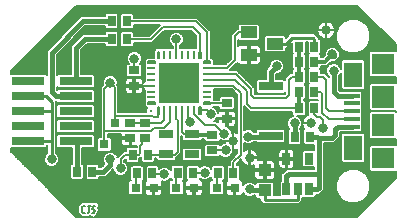
<source format=gtl>
G75*
G70*
%OFA0B0*%
%FSLAX24Y24*%
%IPPOS*%
%LPD*%
%AMOC8*
5,1,8,0,0,1.08239X$1,22.5*
%
%ADD10R,0.0276X0.0354*%
%ADD11R,0.0354X0.0276*%
%ADD12R,0.0551X0.0394*%
%ADD13R,0.0315X0.0315*%
%ADD14C,0.0055*%
%ADD15R,0.0110X0.0276*%
%ADD16R,0.0276X0.0110*%
%ADD17R,0.1378X0.1378*%
%ADD18R,0.0098X0.0098*%
%ADD19R,0.0500X0.0250*%
%ADD20R,0.0433X0.0394*%
%ADD21R,0.0272X0.0390*%
%ADD22R,0.0531X0.0157*%
%ADD23R,0.0630X0.0827*%
%ADD24R,0.0748X0.0709*%
%ADD25R,0.0748X0.0748*%
%ADD26R,0.1100X0.0300*%
%ADD27R,0.0787X0.0315*%
%ADD28C,0.0120*%
%ADD29C,0.0060*%
%ADD30C,0.0320*%
%ADD31C,0.0160*%
%ADD32C,0.0100*%
D10*
X004524Y001905D03*
X005036Y001905D03*
X006374Y002480D03*
X006886Y002480D03*
X007874Y001880D03*
X008386Y001880D03*
X009224Y001880D03*
X009736Y001880D03*
X011774Y003080D03*
X012286Y003080D03*
X012436Y004030D03*
X011924Y004030D03*
X011924Y004580D03*
X012436Y004580D03*
X012436Y005080D03*
X011924Y005080D03*
X011924Y005580D03*
X012436Y005580D03*
X012436Y006080D03*
X011924Y006080D03*
X006186Y006330D03*
X005674Y006330D03*
X005674Y006930D03*
X006186Y006930D03*
X006524Y001855D03*
X007036Y001855D03*
D11*
X006780Y003024D03*
X006305Y003024D03*
X006305Y003536D03*
X006780Y003536D03*
X006430Y004774D03*
X006430Y005286D03*
X009520Y004196D03*
X009520Y003684D03*
X009030Y003136D03*
X009030Y002624D03*
D12*
X010247Y005806D03*
X011113Y006180D03*
X010247Y006554D03*
D13*
X005780Y003530D03*
X005430Y002830D03*
X006485Y001380D03*
X007075Y001380D03*
X007835Y001380D03*
X008425Y001380D03*
X009185Y001380D03*
X009775Y001380D03*
D14*
X008647Y003844D02*
X008647Y004066D01*
X008647Y003844D02*
X008591Y003844D01*
X008591Y004066D01*
X008647Y004066D01*
X008647Y003898D02*
X008591Y003898D01*
X008591Y003952D02*
X008647Y003952D01*
X008647Y004006D02*
X008591Y004006D01*
X008591Y004060D02*
X008647Y004060D01*
X008966Y004163D02*
X008966Y004219D01*
X008966Y004163D02*
X008744Y004163D01*
X008744Y004219D01*
X008966Y004219D01*
X008966Y004217D02*
X008744Y004217D01*
X007269Y004066D02*
X007269Y003844D01*
X007213Y003844D01*
X007213Y004066D01*
X007269Y004066D01*
X007269Y003898D02*
X007213Y003898D01*
X007213Y003952D02*
X007269Y003952D01*
X007269Y004006D02*
X007213Y004006D01*
X007213Y004060D02*
X007269Y004060D01*
X007116Y004163D02*
X007116Y004219D01*
X007116Y004163D02*
X006894Y004163D01*
X006894Y004219D01*
X007116Y004219D01*
X007116Y004217D02*
X006894Y004217D01*
X007116Y005541D02*
X007116Y005597D01*
X007116Y005541D02*
X006894Y005541D01*
X006894Y005597D01*
X007116Y005597D01*
X007116Y005595D02*
X006894Y005595D01*
X007269Y005694D02*
X007269Y005916D01*
X007269Y005694D02*
X007213Y005694D01*
X007213Y005916D01*
X007269Y005916D01*
X007269Y005748D02*
X007213Y005748D01*
X007213Y005802D02*
X007269Y005802D01*
X007269Y005856D02*
X007213Y005856D01*
X007213Y005910D02*
X007269Y005910D01*
X008647Y005916D02*
X008647Y005694D01*
X008591Y005694D01*
X008591Y005916D01*
X008647Y005916D01*
X008647Y005748D02*
X008591Y005748D01*
X008591Y005802D02*
X008647Y005802D01*
X008647Y005856D02*
X008591Y005856D01*
X008591Y005910D02*
X008647Y005910D01*
X008966Y005597D02*
X008966Y005541D01*
X008744Y005541D01*
X008744Y005597D01*
X008966Y005597D01*
X008966Y005595D02*
X008744Y005595D01*
D15*
X008422Y005805D03*
X008225Y005805D03*
X008028Y005805D03*
X007832Y005805D03*
X007635Y005805D03*
X007438Y005805D03*
X007438Y003955D03*
X007635Y003955D03*
X007832Y003955D03*
X008028Y003955D03*
X008225Y003955D03*
X008422Y003955D03*
D16*
X008855Y004388D03*
X008855Y004585D03*
X008855Y004782D03*
X008855Y004978D03*
X008855Y005175D03*
X008855Y005372D03*
X007005Y005372D03*
X007005Y005175D03*
X007005Y004978D03*
X007005Y004782D03*
X007005Y004585D03*
X007005Y004388D03*
D17*
X007930Y004880D03*
D18*
X006979Y003929D03*
D19*
X007500Y003160D03*
X008360Y003160D03*
X008360Y002500D03*
X007500Y002500D03*
D20*
X010780Y001965D03*
X010780Y001295D03*
D21*
X011506Y001322D03*
X011880Y001322D03*
X012254Y001322D03*
X012254Y002342D03*
X011506Y002342D03*
D22*
X013677Y003418D03*
X013677Y003674D03*
X013677Y003930D03*
X013677Y004186D03*
X013677Y004442D03*
D23*
X013726Y005150D03*
X013726Y002710D03*
D24*
X014730Y002355D03*
X014730Y005505D03*
D25*
X014730Y004402D03*
X014730Y003458D03*
D26*
X004480Y003430D03*
X004480Y002930D03*
X002880Y002930D03*
X002880Y003430D03*
X002880Y003930D03*
X002880Y004430D03*
X002880Y004930D03*
X004480Y004930D03*
X004480Y004430D03*
X004480Y003930D03*
D27*
X010980Y003103D03*
X010980Y004757D03*
D28*
X011924Y004580D02*
X011924Y004030D01*
X011924Y005080D02*
X011924Y005580D01*
X011924Y006080D01*
X012436Y005580D02*
X012780Y005580D01*
X013030Y005830D01*
X009030Y003136D02*
X008384Y003136D01*
X008360Y003160D01*
D29*
X004296Y001824D02*
X003091Y001824D01*
X003149Y001765D02*
X004296Y001765D01*
X004296Y001707D02*
X003208Y001707D01*
X003266Y001648D02*
X004338Y001648D01*
X004349Y001638D02*
X004699Y001638D01*
X004752Y001691D01*
X004752Y002119D01*
X004699Y002172D01*
X004694Y002172D01*
X004694Y002690D01*
X005067Y002690D01*
X005120Y002743D01*
X005120Y003117D01*
X005067Y003170D01*
X003893Y003170D01*
X003840Y003117D01*
X003840Y002743D01*
X003893Y002690D01*
X004354Y002690D01*
X004354Y002172D01*
X004349Y002172D01*
X004296Y002119D01*
X004296Y001691D01*
X004349Y001638D01*
X004710Y001648D02*
X004850Y001648D01*
X004861Y001638D02*
X005211Y001638D01*
X005264Y001691D01*
X005264Y001735D01*
X005475Y001735D01*
X005575Y001835D01*
X005730Y001990D01*
X005730Y001980D01*
X005768Y001888D01*
X005838Y001818D01*
X005930Y001780D01*
X006030Y001780D01*
X006122Y001818D01*
X006192Y001888D01*
X006230Y001980D01*
X006230Y002080D01*
X006192Y002172D01*
X006122Y002242D01*
X006100Y002251D01*
X006100Y002280D01*
X006146Y002327D01*
X006146Y002266D01*
X006199Y002213D01*
X006549Y002213D01*
X006602Y002266D01*
X006602Y002360D01*
X006630Y002360D01*
X006658Y002388D01*
X006658Y002266D01*
X006711Y002213D01*
X007061Y002213D01*
X007114Y002266D01*
X007114Y002360D01*
X007160Y002360D01*
X007160Y002338D01*
X007213Y002285D01*
X007787Y002285D01*
X007840Y002338D01*
X007840Y002370D01*
X007900Y002430D01*
X007931Y002462D01*
X007931Y002462D01*
X007967Y002497D01*
X008002Y002532D01*
X008002Y002582D01*
X008002Y002631D01*
X008001Y002631D01*
X008001Y003089D01*
X008020Y003070D01*
X008020Y002998D01*
X008073Y002945D01*
X008647Y002945D01*
X008688Y002986D01*
X008763Y002986D01*
X008763Y002961D01*
X008816Y002908D01*
X009244Y002908D01*
X009297Y002961D01*
X009297Y002964D01*
X009380Y002930D01*
X009480Y002930D01*
X009504Y002940D01*
X009720Y002940D01*
X009720Y003220D01*
X009701Y003220D01*
X009680Y003216D01*
X009680Y003230D01*
X009642Y003322D01*
X009572Y003392D01*
X009490Y003426D01*
X009490Y003654D01*
X009550Y003654D01*
X009550Y003416D01*
X009714Y003416D01*
X009747Y003425D01*
X009777Y003442D01*
X009801Y003466D01*
X009818Y003496D01*
X009827Y003529D01*
X009827Y003654D01*
X009550Y003654D01*
X009550Y003714D01*
X009827Y003714D01*
X009827Y003839D01*
X009818Y003872D01*
X009801Y003902D01*
X009777Y003926D01*
X009747Y003943D01*
X009714Y003952D01*
X009550Y003952D01*
X009550Y003714D01*
X009490Y003714D01*
X009490Y003654D01*
X009213Y003654D01*
X009213Y003567D01*
X009180Y003600D01*
X009078Y003600D01*
X009122Y003618D01*
X009192Y003688D01*
X009213Y003739D01*
X009213Y003714D01*
X009490Y003714D01*
X009490Y003952D01*
X009326Y003952D01*
X009293Y003943D01*
X009263Y003926D01*
X009239Y003902D01*
X009228Y003884D01*
X009192Y003972D01*
X009122Y004042D01*
X009051Y004071D01*
X009253Y004071D01*
X009253Y004021D01*
X009306Y003968D01*
X009734Y003968D01*
X009787Y004021D01*
X009787Y004371D01*
X009734Y004424D01*
X009306Y004424D01*
X009253Y004371D01*
X009253Y004311D01*
X009083Y004311D01*
X009083Y004480D01*
X009077Y004486D01*
X009083Y004492D01*
X009083Y004662D01*
X009679Y004662D01*
X009860Y004480D01*
X009860Y003190D01*
X009815Y003209D01*
X009759Y003220D01*
X009740Y003220D01*
X009740Y002940D01*
X009720Y002940D01*
X009720Y002920D01*
X009740Y002920D01*
X009740Y002640D01*
X009759Y002640D01*
X009815Y002651D01*
X009860Y002670D01*
X009860Y002530D01*
X009680Y002350D01*
X009610Y002280D01*
X009610Y002147D01*
X009561Y002147D01*
X009508Y002094D01*
X009508Y001666D01*
X009535Y001639D01*
X009514Y001617D01*
X009497Y001588D01*
X009488Y001555D01*
X009488Y001410D01*
X009745Y001410D01*
X009745Y001350D01*
X009488Y001350D01*
X009488Y001205D01*
X009497Y001172D01*
X009514Y001143D01*
X009538Y001118D01*
X009568Y001101D01*
X009601Y001093D01*
X009745Y001093D01*
X009745Y001350D01*
X009805Y001350D01*
X009805Y001093D01*
X009950Y001093D01*
X009983Y001101D01*
X010013Y001118D01*
X010037Y001143D01*
X010054Y001172D01*
X010062Y001203D01*
X010068Y001188D01*
X010138Y001118D01*
X010230Y001080D01*
X010330Y001080D01*
X010422Y001118D01*
X010429Y001125D01*
X010473Y001125D01*
X010473Y001061D01*
X010526Y001009D01*
X010640Y001009D01*
X010640Y000922D01*
X010722Y000840D01*
X011938Y000840D01*
X012020Y000922D01*
X012020Y001037D01*
X012053Y001037D01*
X012067Y001051D01*
X012081Y001037D01*
X012427Y001037D01*
X012480Y001090D01*
X012480Y001152D01*
X012593Y001152D01*
X012650Y001210D01*
X012750Y001310D01*
X012750Y002860D01*
X013100Y002860D01*
X013200Y002960D01*
X013200Y002960D01*
X013200Y002960D01*
X013300Y003060D01*
X013300Y003248D01*
X013747Y003248D01*
X013749Y003249D01*
X013980Y003249D01*
X014033Y003302D01*
X014033Y003534D01*
X014021Y003546D01*
X014033Y003558D01*
X014033Y003790D01*
X014021Y003802D01*
X014033Y003814D01*
X014033Y004046D01*
X014021Y004058D01*
X014033Y004070D01*
X014033Y004302D01*
X014021Y004314D01*
X014033Y004326D01*
X014033Y004558D01*
X013980Y004611D01*
X013749Y004611D01*
X013747Y004612D01*
X013289Y004612D01*
X013250Y004650D01*
X013250Y005096D01*
X013292Y005138D01*
X013321Y005209D01*
X013321Y004700D01*
X013374Y004647D01*
X014078Y004647D01*
X014131Y004700D01*
X014131Y005601D01*
X014078Y005654D01*
X013374Y005654D01*
X013321Y005601D01*
X013321Y005351D01*
X013292Y005422D01*
X013222Y005492D01*
X013130Y005530D01*
X013030Y005530D01*
X012938Y005492D01*
X012868Y005422D01*
X012830Y005330D01*
X012830Y005230D01*
X012868Y005138D01*
X012910Y005096D01*
X012910Y005070D01*
X012880Y005100D01*
X012780Y005200D01*
X012664Y005200D01*
X012664Y005294D01*
X012628Y005330D01*
X012664Y005366D01*
X012664Y005430D01*
X012842Y005430D01*
X012930Y005518D01*
X012992Y005580D01*
X013080Y005580D01*
X013172Y005618D01*
X013242Y005688D01*
X013280Y005780D01*
X013280Y005880D01*
X013242Y005972D01*
X013172Y006042D01*
X013080Y006080D01*
X012980Y006080D01*
X012888Y006042D01*
X012818Y005972D01*
X012780Y005880D01*
X012780Y005792D01*
X012718Y005730D01*
X012664Y005730D01*
X012664Y005794D01*
X012628Y005830D01*
X012664Y005866D01*
X012664Y006294D01*
X012611Y006347D01*
X012576Y006347D01*
X012576Y006382D01*
X012520Y006438D01*
X012438Y006520D01*
X011622Y006520D01*
X011479Y006377D01*
X011479Y006414D01*
X011426Y006467D01*
X010800Y006467D01*
X010747Y006414D01*
X010747Y005946D01*
X010800Y005893D01*
X011426Y005893D01*
X011479Y005946D01*
X011479Y006040D01*
X011538Y006040D01*
X011620Y006122D01*
X011696Y006198D01*
X011696Y005866D01*
X011732Y005830D01*
X011696Y005794D01*
X011696Y005366D01*
X011732Y005330D01*
X011696Y005294D01*
X011696Y005200D01*
X011630Y005200D01*
X011560Y005130D01*
X011460Y005030D01*
X011460Y004955D01*
X011411Y005004D01*
X011150Y005004D01*
X011150Y005160D01*
X011170Y005180D01*
X011230Y005180D01*
X011322Y005218D01*
X011392Y005288D01*
X011430Y005380D01*
X011430Y005480D01*
X011392Y005572D01*
X011322Y005642D01*
X011230Y005680D01*
X011130Y005680D01*
X011038Y005642D01*
X010968Y005572D01*
X010930Y005480D01*
X010930Y005420D01*
X010810Y005300D01*
X010810Y005004D01*
X010549Y005004D01*
X010496Y004952D01*
X010496Y004562D01*
X010549Y004509D01*
X011411Y004509D01*
X011460Y004558D01*
X011460Y004530D01*
X011430Y004500D01*
X010480Y004500D01*
X010450Y004530D01*
X010450Y004705D01*
X010380Y004775D01*
X009859Y005295D01*
X009615Y005295D01*
X009830Y005510D01*
X009861Y005541D01*
X009867Y005529D01*
X009892Y005505D01*
X009921Y005488D01*
X009954Y005479D01*
X010217Y005479D01*
X010217Y005776D01*
X010277Y005776D01*
X010277Y005836D01*
X010653Y005836D01*
X010653Y006020D01*
X010644Y006053D01*
X010627Y006083D01*
X010602Y006107D01*
X010573Y006124D01*
X010540Y006133D01*
X010277Y006133D01*
X010277Y005836D01*
X010217Y005836D01*
X010217Y006133D01*
X009954Y006133D01*
X009921Y006124D01*
X009900Y006112D01*
X009900Y006301D01*
X009934Y006267D01*
X010560Y006267D01*
X010613Y006320D01*
X010613Y006788D01*
X010560Y006841D01*
X009934Y006841D01*
X009881Y006788D01*
X009881Y006674D01*
X009854Y006674D01*
X009784Y006604D01*
X009760Y006580D01*
X009660Y006480D01*
X009660Y005680D01*
X009472Y005492D01*
X009082Y005492D01*
X009083Y005493D01*
X009083Y005645D01*
X009014Y005714D01*
X008975Y005714D01*
X008975Y006605D01*
X008905Y006675D01*
X008600Y006980D01*
X008530Y007050D01*
X006414Y007050D01*
X006414Y007144D01*
X006361Y007197D01*
X006011Y007197D01*
X005958Y007144D01*
X005958Y006716D01*
X006011Y006663D01*
X006361Y006663D01*
X006414Y006716D01*
X006414Y006810D01*
X007290Y006810D01*
X006930Y006450D01*
X006414Y006450D01*
X006414Y006544D01*
X006361Y006597D01*
X006011Y006597D01*
X005958Y006544D01*
X005958Y006116D01*
X006011Y006063D01*
X006361Y006063D01*
X006414Y006116D01*
X006414Y006210D01*
X007030Y006210D01*
X007100Y006280D01*
X007430Y006610D01*
X008330Y006610D01*
X008499Y006441D01*
X008499Y006033D01*
X008330Y006033D01*
X008324Y006027D01*
X008318Y006033D01*
X008133Y006033D01*
X008127Y006027D01*
X008121Y006033D01*
X007950Y006033D01*
X007950Y006109D01*
X007972Y006118D01*
X008042Y006188D01*
X008080Y006280D01*
X008080Y006380D01*
X008042Y006472D01*
X007972Y006542D01*
X007880Y006580D01*
X007780Y006580D01*
X007688Y006542D01*
X007618Y006472D01*
X007580Y006380D01*
X007580Y006280D01*
X007618Y006188D01*
X007688Y006118D01*
X007710Y006109D01*
X007710Y006033D01*
X007542Y006033D01*
X007536Y006027D01*
X007530Y006033D01*
X007345Y006033D01*
X007331Y006019D01*
X007317Y006033D01*
X007165Y006033D01*
X007096Y005964D01*
X007096Y005714D01*
X006846Y005714D01*
X006777Y005645D01*
X006777Y005493D01*
X006791Y005479D01*
X006777Y005465D01*
X006777Y005280D01*
X006783Y005274D01*
X006777Y005268D01*
X006777Y005083D01*
X006783Y005077D01*
X006777Y005071D01*
X006777Y004931D01*
X006763Y004917D01*
X006746Y004887D01*
X006737Y004854D01*
X006737Y004929D01*
X006728Y004962D01*
X006711Y004992D01*
X006687Y005016D01*
X006657Y005033D01*
X006624Y005042D01*
X006460Y005042D01*
X006460Y004804D01*
X006737Y004804D01*
X006737Y004782D01*
X007005Y004782D01*
X007005Y004782D01*
X006737Y004782D01*
X006737Y004744D01*
X006460Y004744D01*
X006460Y004506D01*
X006624Y004506D01*
X006657Y004515D01*
X006777Y004515D01*
X006777Y004492D02*
X006783Y004486D01*
X006777Y004480D01*
X006777Y004295D01*
X006791Y004281D01*
X005900Y004281D01*
X005900Y004223D02*
X006777Y004223D01*
X006777Y004267D02*
X006777Y004115D01*
X006846Y004046D01*
X006870Y004046D01*
X006840Y004016D01*
X006840Y003900D01*
X005900Y003900D01*
X005900Y004780D01*
X005871Y004809D01*
X005880Y004830D01*
X005880Y004930D01*
X005842Y005022D01*
X005772Y005092D01*
X005680Y005130D01*
X005580Y005130D01*
X005488Y005092D01*
X005418Y005022D01*
X005380Y004930D01*
X005380Y004830D01*
X005389Y004809D01*
X005310Y004730D01*
X005310Y003077D01*
X005235Y003077D01*
X005183Y003025D01*
X005183Y002635D01*
X005235Y002583D01*
X005625Y002583D01*
X005677Y002635D01*
X005677Y003025D01*
X005625Y003077D01*
X005550Y003077D01*
X005550Y003160D01*
X005998Y003160D01*
X005998Y003054D01*
X006275Y003054D01*
X006275Y002994D01*
X006335Y002994D01*
X006335Y002756D01*
X006499Y002756D01*
X006510Y002759D01*
X006510Y002747D01*
X006199Y002747D01*
X006146Y002694D01*
X006146Y002600D01*
X006080Y002600D01*
X006010Y002530D01*
X005874Y002394D01*
X005842Y002472D01*
X005772Y002542D01*
X005680Y002580D01*
X005580Y002580D01*
X005488Y002542D01*
X005418Y002472D01*
X005380Y002380D01*
X005380Y002280D01*
X005418Y002188D01*
X005433Y002173D01*
X005335Y002075D01*
X005264Y002075D01*
X005264Y002119D01*
X005211Y002172D01*
X004861Y002172D01*
X004808Y002119D01*
X004808Y001691D01*
X004861Y001638D01*
X004808Y001707D02*
X004752Y001707D01*
X004752Y001765D02*
X004808Y001765D01*
X004808Y001824D02*
X004752Y001824D01*
X004752Y001882D02*
X004808Y001882D01*
X004808Y001941D02*
X004752Y001941D01*
X004752Y001999D02*
X004808Y001999D01*
X004808Y002058D02*
X004752Y002058D01*
X004752Y002116D02*
X004808Y002116D01*
X004694Y002175D02*
X005431Y002175D01*
X005399Y002233D02*
X004694Y002233D01*
X004694Y002292D02*
X005380Y002292D01*
X005380Y002350D02*
X004694Y002350D01*
X004694Y002409D02*
X005392Y002409D01*
X005416Y002467D02*
X004694Y002467D01*
X004694Y002526D02*
X005472Y002526D01*
X005627Y002584D02*
X006065Y002584D01*
X006006Y002526D02*
X005788Y002526D01*
X005844Y002467D02*
X005948Y002467D01*
X005889Y002409D02*
X005868Y002409D01*
X005980Y002330D02*
X006130Y002480D01*
X006374Y002480D01*
X006580Y002480D01*
X006630Y002530D01*
X006630Y002780D01*
X006680Y002830D01*
X006680Y002924D01*
X006780Y003024D01*
X006335Y002994D02*
X006275Y002994D01*
X006275Y002756D01*
X006111Y002756D01*
X006078Y002765D01*
X006048Y002782D01*
X006024Y002806D01*
X006007Y002836D01*
X005998Y002869D01*
X005998Y002994D01*
X005677Y002994D01*
X005677Y002935D02*
X005998Y002935D01*
X005998Y002877D02*
X005677Y002877D01*
X005677Y002818D02*
X006017Y002818D01*
X006097Y002760D02*
X005677Y002760D01*
X005677Y002701D02*
X006153Y002701D01*
X006146Y002643D02*
X005677Y002643D01*
X005430Y002830D02*
X005430Y003280D01*
X005430Y004680D01*
X005630Y004880D01*
X005780Y004730D01*
X005780Y003780D01*
X005780Y003530D01*
X005430Y003280D02*
X006980Y003280D01*
X007080Y003380D01*
X007430Y003380D01*
X007635Y003585D01*
X007635Y003955D01*
X007438Y003955D02*
X007430Y003947D01*
X007430Y003630D01*
X007336Y003536D01*
X006780Y003536D01*
X006305Y003536D01*
X005780Y003780D02*
X007030Y003780D01*
X007080Y003730D01*
X007230Y003730D01*
X007230Y003955D01*
X007241Y003955D01*
X006840Y003930D02*
X005900Y003930D01*
X005900Y003989D02*
X006840Y003989D01*
X006845Y004047D02*
X005900Y004047D01*
X005900Y004106D02*
X006786Y004106D01*
X006777Y004164D02*
X005900Y004164D01*
X005900Y004340D02*
X006777Y004340D01*
X006777Y004398D02*
X005900Y004398D01*
X005900Y004457D02*
X006777Y004457D01*
X006777Y004492D02*
X006777Y004633D01*
X006763Y004647D01*
X006746Y004676D01*
X006737Y004709D01*
X006737Y004619D01*
X006728Y004586D01*
X006711Y004556D01*
X006687Y004532D01*
X006657Y004515D01*
X006721Y004574D02*
X006777Y004574D01*
X006777Y004632D02*
X006737Y004632D01*
X006737Y004691D02*
X006742Y004691D01*
X006737Y004749D02*
X006460Y004749D01*
X006460Y004744D02*
X006460Y004804D01*
X006400Y004804D01*
X006400Y004744D01*
X006460Y004744D01*
X006460Y004691D02*
X006400Y004691D01*
X006400Y004744D02*
X006400Y004506D01*
X006236Y004506D01*
X006203Y004515D01*
X005900Y004515D01*
X005900Y004574D02*
X006139Y004574D01*
X006132Y004586D02*
X006149Y004556D01*
X006173Y004532D01*
X006203Y004515D01*
X006132Y004586D02*
X006123Y004619D01*
X006123Y004744D01*
X006400Y004744D01*
X006400Y004749D02*
X005900Y004749D01*
X005900Y004691D02*
X006123Y004691D01*
X006123Y004632D02*
X005900Y004632D01*
X005872Y004808D02*
X006123Y004808D01*
X006123Y004804D02*
X006400Y004804D01*
X006400Y005042D01*
X006236Y005042D01*
X006203Y005033D01*
X006173Y005016D01*
X006149Y004992D01*
X006132Y004962D01*
X006123Y004929D01*
X006123Y004804D01*
X006123Y004866D02*
X005880Y004866D01*
X005880Y004925D02*
X006123Y004925D01*
X006144Y004983D02*
X005858Y004983D01*
X005822Y005042D02*
X006234Y005042D01*
X006216Y005058D02*
X006644Y005058D01*
X006697Y005111D01*
X006697Y005461D01*
X006644Y005514D01*
X006617Y005514D01*
X006642Y005538D01*
X006680Y005630D01*
X006680Y005730D01*
X006642Y005822D01*
X006572Y005892D01*
X006480Y005930D01*
X006380Y005930D01*
X006294Y005894D01*
X006286Y005894D01*
X006216Y005824D01*
X006216Y005816D01*
X006180Y005730D01*
X006180Y005630D01*
X006218Y005538D01*
X006243Y005514D01*
X006216Y005514D01*
X006163Y005461D01*
X006163Y005111D01*
X006216Y005058D01*
X006174Y005100D02*
X005752Y005100D01*
X005508Y005100D02*
X005120Y005100D01*
X005120Y005117D02*
X005067Y005170D01*
X004650Y005170D01*
X004650Y005960D01*
X004850Y006160D01*
X005446Y006160D01*
X005446Y006116D01*
X005499Y006063D01*
X005849Y006063D01*
X005902Y006116D01*
X005902Y006544D01*
X005849Y006597D01*
X005499Y006597D01*
X005446Y006544D01*
X005446Y006500D01*
X004710Y006500D01*
X004610Y006400D01*
X004410Y006200D01*
X004310Y006100D01*
X004310Y005170D01*
X003893Y005170D01*
X003850Y005127D01*
X003850Y005810D01*
X004800Y006760D01*
X005446Y006760D01*
X005446Y006716D01*
X005499Y006663D01*
X005849Y006663D01*
X005902Y006716D01*
X005902Y007144D01*
X005849Y007197D01*
X005499Y007197D01*
X005446Y007144D01*
X005446Y007100D01*
X004660Y007100D01*
X003510Y005950D01*
X003510Y005127D01*
X003467Y005170D01*
X002310Y005170D01*
X002310Y005255D01*
X004505Y007450D01*
X013855Y007450D01*
X015150Y006155D01*
X015150Y005940D01*
X015141Y005949D01*
X014319Y005949D01*
X014266Y005896D01*
X014266Y005113D01*
X014319Y005060D01*
X015141Y005060D01*
X015150Y005069D01*
X015150Y004858D01*
X015141Y004866D01*
X014319Y004866D01*
X014266Y004814D01*
X014266Y003991D01*
X014319Y003938D01*
X015141Y003938D01*
X015150Y003947D01*
X015150Y003913D01*
X015141Y003922D01*
X014319Y003922D01*
X014266Y003869D01*
X014266Y003046D01*
X014319Y002994D01*
X015141Y002994D01*
X015150Y003002D01*
X015150Y002791D01*
X015141Y002800D01*
X014319Y002800D01*
X014266Y002747D01*
X014266Y001964D01*
X014319Y001911D01*
X015141Y001911D01*
X015150Y001920D01*
X015150Y001705D01*
X013855Y000410D01*
X005099Y000410D01*
X005099Y000410D01*
X005130Y000410D01*
X005145Y000425D01*
X005165Y000432D01*
X005179Y000459D01*
X005200Y000480D01*
X005200Y000502D01*
X005260Y000621D01*
X005230Y000710D01*
X005250Y000730D01*
X005250Y000830D01*
X005180Y000900D01*
X005108Y000900D01*
X005089Y000910D01*
X005061Y000900D01*
X005030Y000900D01*
X005030Y000900D01*
X004830Y000900D01*
X004830Y000900D01*
X004680Y000900D01*
X004560Y000780D01*
X004560Y000530D01*
X004610Y000480D01*
X004680Y000410D01*
X004830Y000410D01*
X004930Y000410D01*
X004955Y000435D01*
X004980Y000410D01*
X005052Y000410D01*
X004505Y000410D01*
X002310Y002605D01*
X002310Y002690D01*
X003467Y002690D01*
X003520Y002743D01*
X003520Y002790D01*
X003540Y002790D01*
X003540Y002543D01*
X003538Y002542D01*
X003468Y002472D01*
X003430Y002380D01*
X003430Y002280D01*
X003468Y002188D01*
X003538Y002118D01*
X003630Y002080D01*
X003730Y002080D01*
X003822Y002118D01*
X003892Y002188D01*
X003930Y002280D01*
X003930Y002380D01*
X003892Y002472D01*
X003822Y002542D01*
X003820Y002543D01*
X003820Y004260D01*
X003840Y004260D01*
X003840Y004243D01*
X003893Y004190D01*
X005067Y004190D01*
X005120Y004243D01*
X005120Y004617D01*
X005067Y004670D01*
X003893Y004670D01*
X003862Y004639D01*
X003850Y004650D01*
X003850Y004733D01*
X003893Y004690D01*
X005067Y004690D01*
X005120Y004743D01*
X005120Y005117D01*
X005079Y005159D02*
X006163Y005159D01*
X006163Y005217D02*
X004650Y005217D01*
X004650Y005276D02*
X006163Y005276D01*
X006163Y005334D02*
X004650Y005334D01*
X004650Y005393D02*
X006163Y005393D01*
X006163Y005451D02*
X004650Y005451D01*
X004650Y005510D02*
X006211Y005510D01*
X006206Y005568D02*
X004650Y005568D01*
X004650Y005627D02*
X006182Y005627D01*
X006180Y005685D02*
X004650Y005685D01*
X004650Y005744D02*
X006186Y005744D01*
X006210Y005802D02*
X004650Y005802D01*
X004650Y005861D02*
X006253Y005861D01*
X006354Y005919D02*
X004650Y005919D01*
X004668Y005978D02*
X007109Y005978D01*
X007096Y005919D02*
X006506Y005919D01*
X006603Y005861D02*
X007096Y005861D01*
X007096Y005802D02*
X006650Y005802D01*
X006674Y005744D02*
X007096Y005744D01*
X006817Y005685D02*
X006680Y005685D01*
X006678Y005627D02*
X006777Y005627D01*
X006777Y005568D02*
X006654Y005568D01*
X006649Y005510D02*
X006777Y005510D01*
X006777Y005451D02*
X006697Y005451D01*
X006697Y005393D02*
X006777Y005393D01*
X006777Y005334D02*
X006697Y005334D01*
X006697Y005276D02*
X006781Y005276D01*
X006777Y005217D02*
X006697Y005217D01*
X006697Y005159D02*
X006777Y005159D01*
X006777Y005100D02*
X006686Y005100D01*
X006626Y005042D02*
X006777Y005042D01*
X006777Y004983D02*
X006716Y004983D01*
X006737Y004925D02*
X006771Y004925D01*
X006740Y004866D02*
X006737Y004866D01*
X006460Y004866D02*
X006400Y004866D01*
X006400Y004808D02*
X006460Y004808D01*
X006460Y004632D02*
X006400Y004632D01*
X006400Y004574D02*
X006460Y004574D01*
X006460Y004515D02*
X006400Y004515D01*
X006777Y004267D02*
X006791Y004281D01*
X006460Y004925D02*
X006400Y004925D01*
X006400Y004983D02*
X006460Y004983D01*
X006460Y005042D02*
X006400Y005042D01*
X006430Y005286D02*
X006430Y005680D01*
X006336Y005774D01*
X006393Y006095D02*
X007710Y006095D01*
X007710Y006036D02*
X004726Y006036D01*
X004785Y006095D02*
X005467Y006095D01*
X005446Y006153D02*
X004843Y006153D01*
X004597Y006387D02*
X004427Y006387D01*
X004369Y006329D02*
X004538Y006329D01*
X004480Y006270D02*
X004310Y006270D01*
X004252Y006212D02*
X004421Y006212D01*
X004363Y006153D02*
X004193Y006153D01*
X004135Y006095D02*
X004310Y006095D01*
X004310Y006036D02*
X004076Y006036D01*
X004018Y005978D02*
X004310Y005978D01*
X004310Y005919D02*
X003959Y005919D01*
X003901Y005861D02*
X004310Y005861D01*
X004310Y005802D02*
X003850Y005802D01*
X003850Y005744D02*
X004310Y005744D01*
X004310Y005685D02*
X003850Y005685D01*
X003850Y005627D02*
X004310Y005627D01*
X004310Y005568D02*
X003850Y005568D01*
X003850Y005510D02*
X004310Y005510D01*
X004310Y005451D02*
X003850Y005451D01*
X003850Y005393D02*
X004310Y005393D01*
X004310Y005334D02*
X003850Y005334D01*
X003850Y005276D02*
X004310Y005276D01*
X004310Y005217D02*
X003850Y005217D01*
X003850Y005159D02*
X003881Y005159D01*
X003510Y005159D02*
X003479Y005159D01*
X003510Y005217D02*
X002310Y005217D01*
X002330Y005276D02*
X003510Y005276D01*
X003510Y005334D02*
X002389Y005334D01*
X002447Y005393D02*
X003510Y005393D01*
X003510Y005451D02*
X002506Y005451D01*
X002564Y005510D02*
X003510Y005510D01*
X003510Y005568D02*
X002623Y005568D01*
X002681Y005627D02*
X003510Y005627D01*
X003510Y005685D02*
X002740Y005685D01*
X002798Y005744D02*
X003510Y005744D01*
X003510Y005802D02*
X002857Y005802D01*
X002915Y005861D02*
X003510Y005861D01*
X003510Y005919D02*
X002974Y005919D01*
X003032Y005978D02*
X003537Y005978D01*
X003596Y006036D02*
X003091Y006036D01*
X003149Y006095D02*
X003654Y006095D01*
X003713Y006153D02*
X003208Y006153D01*
X003266Y006212D02*
X003771Y006212D01*
X003830Y006270D02*
X003325Y006270D01*
X003383Y006329D02*
X003888Y006329D01*
X003947Y006387D02*
X003442Y006387D01*
X003500Y006446D02*
X004005Y006446D01*
X004064Y006504D02*
X003559Y006504D01*
X003617Y006563D02*
X004122Y006563D01*
X004181Y006621D02*
X003676Y006621D01*
X003734Y006680D02*
X004239Y006680D01*
X004298Y006738D02*
X003793Y006738D01*
X003851Y006797D02*
X004356Y006797D01*
X004415Y006855D02*
X003910Y006855D01*
X003968Y006914D02*
X004473Y006914D01*
X004532Y006972D02*
X004027Y006972D01*
X004085Y007031D02*
X004590Y007031D01*
X004649Y007089D02*
X004144Y007089D01*
X004202Y007148D02*
X005449Y007148D01*
X005899Y007148D02*
X005961Y007148D01*
X005958Y007089D02*
X005902Y007089D01*
X005902Y007031D02*
X005958Y007031D01*
X005958Y006972D02*
X005902Y006972D01*
X005902Y006914D02*
X005958Y006914D01*
X005958Y006855D02*
X005902Y006855D01*
X005902Y006797D02*
X005958Y006797D01*
X005958Y006738D02*
X005902Y006738D01*
X005866Y006680D02*
X005994Y006680D01*
X005976Y006563D02*
X005884Y006563D01*
X005902Y006504D02*
X005958Y006504D01*
X005958Y006446D02*
X005902Y006446D01*
X005902Y006387D02*
X005958Y006387D01*
X005958Y006329D02*
X005902Y006329D01*
X005902Y006270D02*
X005958Y006270D01*
X005958Y006212D02*
X005902Y006212D01*
X005902Y006153D02*
X005958Y006153D01*
X005979Y006095D02*
X005881Y006095D01*
X006186Y006330D02*
X006980Y006330D01*
X007380Y006730D01*
X008380Y006730D01*
X008619Y006491D01*
X008619Y005805D01*
X008855Y005569D02*
X008855Y006555D01*
X008480Y006930D01*
X006186Y006930D01*
X006414Y006797D02*
X007277Y006797D01*
X007218Y006738D02*
X006414Y006738D01*
X006378Y006680D02*
X007160Y006680D01*
X007101Y006621D02*
X004661Y006621D01*
X004603Y006563D02*
X005464Y006563D01*
X005446Y006504D02*
X004544Y006504D01*
X004486Y006446D02*
X004655Y006446D01*
X004720Y006680D02*
X005482Y006680D01*
X005446Y006738D02*
X004778Y006738D01*
X004261Y007206D02*
X014099Y007206D01*
X014041Y007265D02*
X004319Y007265D01*
X004378Y007323D02*
X013982Y007323D01*
X013924Y007382D02*
X004436Y007382D01*
X004495Y007440D02*
X013865Y007440D01*
X014158Y007148D02*
X006411Y007148D01*
X006414Y007089D02*
X014216Y007089D01*
X014275Y007031D02*
X008549Y007031D01*
X008608Y006972D02*
X013539Y006972D01*
X013616Y007004D02*
X013405Y006916D01*
X013244Y006755D01*
X013156Y006544D01*
X013156Y006316D01*
X013244Y006105D01*
X013405Y005944D01*
X013616Y005856D01*
X013844Y005856D01*
X014055Y005944D01*
X014216Y006105D01*
X014304Y006316D01*
X014304Y006544D01*
X014216Y006755D01*
X014055Y006916D01*
X013844Y007004D01*
X013616Y007004D01*
X013921Y006972D02*
X014333Y006972D01*
X014392Y006914D02*
X014058Y006914D01*
X014116Y006855D02*
X014450Y006855D01*
X014509Y006797D02*
X014175Y006797D01*
X014223Y006738D02*
X014567Y006738D01*
X014626Y006680D02*
X014248Y006680D01*
X014272Y006621D02*
X014684Y006621D01*
X014743Y006563D02*
X014296Y006563D01*
X014304Y006504D02*
X014801Y006504D01*
X014860Y006446D02*
X014304Y006446D01*
X014304Y006387D02*
X014918Y006387D01*
X014977Y006329D02*
X014304Y006329D01*
X014285Y006270D02*
X015035Y006270D01*
X015094Y006212D02*
X014260Y006212D01*
X014236Y006153D02*
X015150Y006153D01*
X015150Y006095D02*
X014206Y006095D01*
X014147Y006036D02*
X015150Y006036D01*
X015150Y005978D02*
X014089Y005978D01*
X013996Y005919D02*
X014289Y005919D01*
X014266Y005861D02*
X013854Y005861D01*
X013606Y005861D02*
X013280Y005861D01*
X013280Y005802D02*
X014266Y005802D01*
X014266Y005744D02*
X013265Y005744D01*
X013239Y005685D02*
X014266Y005685D01*
X014266Y005627D02*
X014106Y005627D01*
X014131Y005568D02*
X014266Y005568D01*
X014266Y005510D02*
X014131Y005510D01*
X014131Y005451D02*
X014266Y005451D01*
X014266Y005393D02*
X014131Y005393D01*
X014131Y005334D02*
X014266Y005334D01*
X014266Y005276D02*
X014131Y005276D01*
X014131Y005217D02*
X014266Y005217D01*
X014266Y005159D02*
X014131Y005159D01*
X014131Y005100D02*
X014279Y005100D01*
X014131Y005042D02*
X015150Y005042D01*
X015150Y004983D02*
X014131Y004983D01*
X014131Y004925D02*
X015150Y004925D01*
X015142Y004866D02*
X015150Y004866D01*
X014318Y004866D02*
X014131Y004866D01*
X014131Y004808D02*
X014266Y004808D01*
X014266Y004749D02*
X014131Y004749D01*
X014122Y004691D02*
X014266Y004691D01*
X014266Y004632D02*
X013268Y004632D01*
X013250Y004691D02*
X013330Y004691D01*
X013321Y004749D02*
X013250Y004749D01*
X013250Y004808D02*
X013321Y004808D01*
X013321Y004866D02*
X013250Y004866D01*
X013250Y004925D02*
X013321Y004925D01*
X013321Y004983D02*
X013250Y004983D01*
X013250Y005042D02*
X013321Y005042D01*
X013321Y005100D02*
X013254Y005100D01*
X013300Y005159D02*
X013321Y005159D01*
X013304Y005393D02*
X013321Y005393D01*
X013321Y005451D02*
X013263Y005451D01*
X013321Y005510D02*
X013179Y005510D01*
X013321Y005568D02*
X012980Y005568D01*
X012981Y005510D02*
X012922Y005510D01*
X012930Y005518D02*
X012930Y005518D01*
X012897Y005451D02*
X012863Y005451D01*
X012856Y005393D02*
X012664Y005393D01*
X012632Y005334D02*
X012832Y005334D01*
X012830Y005276D02*
X012664Y005276D01*
X012664Y005217D02*
X012835Y005217D01*
X012821Y005159D02*
X012860Y005159D01*
X012880Y005100D02*
X012906Y005100D01*
X012830Y004980D02*
X012830Y004030D01*
X012930Y003930D01*
X013677Y003930D01*
X013677Y003674D02*
X012936Y003674D01*
X012930Y003680D01*
X012680Y003880D01*
X012680Y004080D01*
X012680Y004130D01*
X012680Y004530D01*
X012630Y004580D01*
X012436Y004580D01*
X012208Y004574D02*
X012152Y004574D01*
X012152Y004632D02*
X012208Y004632D01*
X012208Y004691D02*
X012152Y004691D01*
X012152Y004749D02*
X012208Y004749D01*
X012208Y004794D02*
X012208Y004366D01*
X012261Y004313D01*
X012560Y004313D01*
X012560Y004297D01*
X012261Y004297D01*
X012208Y004244D01*
X012208Y003816D01*
X012224Y003800D01*
X012193Y003787D01*
X012145Y003755D01*
X012105Y003715D01*
X012073Y003667D01*
X012051Y003615D01*
X012040Y003559D01*
X012040Y003540D01*
X012320Y003540D01*
X012320Y003520D01*
X012040Y003520D01*
X012040Y003501D01*
X012051Y003445D01*
X012073Y003393D01*
X012105Y003345D01*
X011951Y003345D01*
X011950Y003346D02*
X011992Y003388D01*
X012030Y003480D01*
X012030Y003580D01*
X011992Y003672D01*
X011922Y003742D01*
X011871Y003763D01*
X012099Y003763D01*
X012152Y003816D01*
X012152Y004244D01*
X012099Y004297D01*
X012074Y004297D01*
X012074Y004313D01*
X012099Y004313D01*
X012152Y004366D01*
X012152Y004794D01*
X012116Y004830D01*
X012152Y004866D01*
X012208Y004866D01*
X012244Y004830D01*
X012208Y004794D01*
X012221Y004808D02*
X012139Y004808D01*
X012152Y004866D02*
X012152Y005294D01*
X012116Y005330D01*
X012152Y005366D01*
X012152Y005794D01*
X012116Y005830D01*
X012152Y005866D01*
X012152Y006240D01*
X012208Y006240D01*
X012208Y005866D01*
X012244Y005830D01*
X012208Y005794D01*
X012208Y005366D01*
X012244Y005330D01*
X012208Y005294D01*
X012208Y004866D01*
X012208Y004925D02*
X012152Y004925D01*
X012152Y004983D02*
X012208Y004983D01*
X012208Y005042D02*
X012152Y005042D01*
X012152Y005100D02*
X012208Y005100D01*
X012208Y005159D02*
X012152Y005159D01*
X012152Y005217D02*
X012208Y005217D01*
X012208Y005276D02*
X012152Y005276D01*
X012120Y005334D02*
X012240Y005334D01*
X012208Y005393D02*
X012152Y005393D01*
X012152Y005451D02*
X012208Y005451D01*
X012208Y005510D02*
X012152Y005510D01*
X012152Y005568D02*
X012208Y005568D01*
X012208Y005627D02*
X012152Y005627D01*
X012152Y005685D02*
X012208Y005685D01*
X012208Y005744D02*
X012152Y005744D01*
X012144Y005802D02*
X012216Y005802D01*
X012213Y005861D02*
X012147Y005861D01*
X012152Y005919D02*
X012208Y005919D01*
X012208Y005978D02*
X012152Y005978D01*
X012152Y006036D02*
X012208Y006036D01*
X012208Y006095D02*
X012152Y006095D01*
X012152Y006153D02*
X012208Y006153D01*
X012208Y006212D02*
X012152Y006212D01*
X012512Y006446D02*
X012604Y006446D01*
X012605Y006445D02*
X012645Y006405D01*
X012693Y006373D01*
X012745Y006351D01*
X012801Y006340D01*
X012820Y006340D01*
X012820Y006620D01*
X012840Y006620D01*
X012840Y006640D01*
X013120Y006640D01*
X013120Y006659D01*
X013109Y006715D01*
X013087Y006767D01*
X013055Y006815D01*
X013015Y006855D01*
X013344Y006855D01*
X013402Y006914D02*
X012891Y006914D01*
X012915Y006909D02*
X012859Y006920D01*
X012840Y006920D01*
X012840Y006640D01*
X012820Y006640D01*
X012820Y006920D01*
X012801Y006920D01*
X012745Y006909D01*
X012693Y006887D01*
X012645Y006855D01*
X008725Y006855D01*
X008783Y006797D02*
X009890Y006797D01*
X009881Y006738D02*
X008842Y006738D01*
X008900Y006680D02*
X009881Y006680D01*
X009801Y006621D02*
X008959Y006621D01*
X008975Y006563D02*
X009743Y006563D01*
X009684Y006504D02*
X008975Y006504D01*
X008975Y006446D02*
X009660Y006446D01*
X009660Y006387D02*
X008975Y006387D01*
X008975Y006329D02*
X009660Y006329D01*
X009660Y006270D02*
X008975Y006270D01*
X008975Y006212D02*
X009660Y006212D01*
X009660Y006153D02*
X008975Y006153D01*
X008975Y006095D02*
X009660Y006095D01*
X009660Y006036D02*
X008975Y006036D01*
X008975Y005978D02*
X009660Y005978D01*
X009660Y005919D02*
X008975Y005919D01*
X008975Y005861D02*
X009660Y005861D01*
X009660Y005802D02*
X008975Y005802D01*
X008975Y005744D02*
X009660Y005744D01*
X009660Y005685D02*
X009043Y005685D01*
X009083Y005627D02*
X009607Y005627D01*
X009548Y005568D02*
X009083Y005568D01*
X009083Y005510D02*
X009490Y005510D01*
X009522Y005372D02*
X009780Y005630D01*
X009780Y006430D01*
X009880Y006530D01*
X009904Y006554D01*
X010247Y006554D01*
X010613Y006563D02*
X012548Y006563D01*
X012551Y006545D02*
X012573Y006493D01*
X012605Y006445D01*
X012571Y006387D02*
X012672Y006387D01*
X012630Y006329D02*
X013156Y006329D01*
X013156Y006387D02*
X012988Y006387D01*
X012967Y006373D02*
X013015Y006405D01*
X013055Y006445D01*
X013087Y006493D01*
X013109Y006545D01*
X013120Y006601D01*
X013120Y006620D01*
X012840Y006620D01*
X012840Y006340D01*
X012859Y006340D01*
X012915Y006351D01*
X012967Y006373D01*
X013056Y006446D02*
X013156Y006446D01*
X013156Y006504D02*
X013092Y006504D01*
X013112Y006563D02*
X013164Y006563D01*
X013188Y006621D02*
X012840Y006621D01*
X012820Y006621D02*
X010613Y006621D01*
X010613Y006680D02*
X012544Y006680D01*
X012540Y006659D02*
X012540Y006640D01*
X012820Y006640D01*
X012820Y006620D01*
X012540Y006620D01*
X012540Y006601D01*
X012551Y006545D01*
X012568Y006504D02*
X012454Y006504D01*
X012540Y006659D02*
X012551Y006715D01*
X012573Y006767D01*
X012605Y006815D01*
X012645Y006855D01*
X012592Y006797D02*
X010604Y006797D01*
X010613Y006738D02*
X012561Y006738D01*
X012820Y006738D02*
X012840Y006738D01*
X012840Y006680D02*
X012820Y006680D01*
X012820Y006563D02*
X012840Y006563D01*
X012840Y006504D02*
X012820Y006504D01*
X012820Y006446D02*
X012840Y006446D01*
X012840Y006387D02*
X012820Y006387D01*
X012664Y006270D02*
X013175Y006270D01*
X013200Y006212D02*
X012664Y006212D01*
X012664Y006153D02*
X013224Y006153D01*
X013254Y006095D02*
X012664Y006095D01*
X012664Y006036D02*
X012882Y006036D01*
X012824Y005978D02*
X012664Y005978D01*
X012664Y005919D02*
X012796Y005919D01*
X012780Y005861D02*
X012659Y005861D01*
X012656Y005802D02*
X012780Y005802D01*
X012731Y005744D02*
X012664Y005744D01*
X013180Y005627D02*
X013346Y005627D01*
X013264Y005919D02*
X013464Y005919D01*
X013371Y005978D02*
X013236Y005978D01*
X013178Y006036D02*
X013313Y006036D01*
X013212Y006680D02*
X013116Y006680D01*
X013099Y006738D02*
X013237Y006738D01*
X013285Y006797D02*
X013068Y006797D01*
X013015Y006855D02*
X012967Y006887D01*
X012915Y006909D01*
X012840Y006914D02*
X012820Y006914D01*
X012769Y006914D02*
X008666Y006914D01*
X008378Y006563D02*
X007922Y006563D01*
X008010Y006504D02*
X008436Y006504D01*
X008495Y006446D02*
X008053Y006446D01*
X008077Y006387D02*
X008499Y006387D01*
X008499Y006329D02*
X008080Y006329D01*
X008076Y006270D02*
X008499Y006270D01*
X008499Y006212D02*
X008052Y006212D01*
X008007Y006153D02*
X008499Y006153D01*
X008499Y006095D02*
X007950Y006095D01*
X007950Y006036D02*
X008499Y006036D01*
X007832Y005805D02*
X007830Y005807D01*
X007830Y006330D01*
X007653Y006153D02*
X006414Y006153D01*
X006414Y006504D02*
X006984Y006504D01*
X007043Y006563D02*
X006396Y006563D01*
X007031Y006212D02*
X007608Y006212D01*
X007584Y006270D02*
X007090Y006270D01*
X007148Y006329D02*
X007580Y006329D01*
X007583Y006387D02*
X007207Y006387D01*
X007265Y006446D02*
X007607Y006446D01*
X007650Y006504D02*
X007324Y006504D01*
X007382Y006563D02*
X007738Y006563D01*
X008855Y005372D02*
X009522Y005372D01*
X009654Y005334D02*
X010844Y005334D01*
X010810Y005276D02*
X009879Y005276D01*
X009938Y005217D02*
X010810Y005217D01*
X010810Y005159D02*
X009996Y005159D01*
X010055Y005100D02*
X010810Y005100D01*
X010810Y005042D02*
X010113Y005042D01*
X010172Y004983D02*
X010528Y004983D01*
X010496Y004925D02*
X010230Y004925D01*
X010289Y004866D02*
X010496Y004866D01*
X010496Y004808D02*
X010347Y004808D01*
X010406Y004749D02*
X010496Y004749D01*
X010496Y004691D02*
X010450Y004691D01*
X010450Y004632D02*
X010496Y004632D01*
X010496Y004574D02*
X010450Y004574D01*
X010465Y004515D02*
X010543Y004515D01*
X010430Y004380D02*
X011480Y004380D01*
X011580Y004480D01*
X011580Y004980D01*
X011680Y005080D01*
X011924Y005080D01*
X011696Y005217D02*
X011319Y005217D01*
X011379Y005276D02*
X011696Y005276D01*
X011728Y005334D02*
X011411Y005334D01*
X011430Y005393D02*
X011696Y005393D01*
X011696Y005451D02*
X011430Y005451D01*
X011418Y005510D02*
X011696Y005510D01*
X011696Y005568D02*
X011393Y005568D01*
X011337Y005627D02*
X011696Y005627D01*
X011696Y005685D02*
X010653Y005685D01*
X010653Y005627D02*
X011023Y005627D01*
X010967Y005568D02*
X010646Y005568D01*
X010644Y005559D02*
X010653Y005592D01*
X010653Y005776D01*
X010277Y005776D01*
X010277Y005479D01*
X010540Y005479D01*
X010573Y005488D01*
X010602Y005505D01*
X010627Y005529D01*
X010644Y005559D01*
X010607Y005510D02*
X010942Y005510D01*
X010930Y005451D02*
X009771Y005451D01*
X009829Y005510D02*
X009887Y005510D01*
X009712Y005393D02*
X010902Y005393D01*
X011150Y005159D02*
X011589Y005159D01*
X011530Y005100D02*
X011150Y005100D01*
X011150Y005042D02*
X011472Y005042D01*
X011460Y004983D02*
X011432Y004983D01*
X011417Y004515D02*
X011445Y004515D01*
X012115Y004281D02*
X012245Y004281D01*
X012234Y004340D02*
X012126Y004340D01*
X012152Y004398D02*
X012208Y004398D01*
X012208Y004457D02*
X012152Y004457D01*
X012152Y004515D02*
X012208Y004515D01*
X012208Y004223D02*
X012152Y004223D01*
X012152Y004164D02*
X012208Y004164D01*
X012208Y004106D02*
X012152Y004106D01*
X012152Y004047D02*
X012208Y004047D01*
X012208Y003989D02*
X012152Y003989D01*
X012152Y003930D02*
X012208Y003930D01*
X012208Y003871D02*
X012152Y003871D01*
X012149Y003813D02*
X012211Y003813D01*
X012144Y003754D02*
X011891Y003754D01*
X011968Y003696D02*
X012092Y003696D01*
X012061Y003637D02*
X012006Y003637D01*
X012030Y003579D02*
X012044Y003579D01*
X012030Y003520D02*
X012320Y003520D01*
X012107Y003343D02*
X012058Y003294D01*
X012058Y002866D01*
X012111Y002813D01*
X012410Y002813D01*
X012410Y002627D01*
X012081Y002627D01*
X012028Y002574D01*
X012028Y002110D01*
X012081Y002057D01*
X012410Y002057D01*
X012410Y002000D01*
X011510Y002000D01*
X011410Y001900D01*
X011336Y001826D01*
X011336Y001607D01*
X011333Y001607D01*
X011280Y001554D01*
X011280Y001120D01*
X011087Y001120D01*
X011087Y001529D01*
X011034Y001582D01*
X010526Y001582D01*
X010473Y001529D01*
X010473Y001490D01*
X010422Y001542D01*
X010330Y001580D01*
X010230Y001580D01*
X010138Y001542D01*
X010068Y001472D01*
X010063Y001459D01*
X010063Y001555D01*
X010054Y001588D01*
X010037Y001617D01*
X010013Y001642D01*
X009983Y001659D01*
X009962Y001664D01*
X009964Y001666D01*
X009964Y002094D01*
X009911Y002147D01*
X009850Y002147D01*
X009850Y002180D01*
X009995Y002325D01*
X010001Y002295D01*
X010023Y002243D01*
X010055Y002195D01*
X010095Y002155D01*
X010143Y002123D01*
X010195Y002101D01*
X010251Y002090D01*
X010270Y002090D01*
X010270Y002370D01*
X010290Y002370D01*
X010290Y002390D01*
X010270Y002390D01*
X010270Y002670D01*
X010251Y002670D01*
X010195Y002659D01*
X010143Y002637D01*
X010100Y002609D01*
X010100Y002863D01*
X010180Y002830D01*
X010280Y002830D01*
X010372Y002868D01*
X010414Y002910D01*
X010496Y002910D01*
X010496Y002908D01*
X010549Y002856D01*
X011411Y002856D01*
X011464Y002908D01*
X011464Y003298D01*
X011411Y003351D01*
X010549Y003351D01*
X010496Y003298D01*
X010496Y003250D01*
X010414Y003250D01*
X010372Y003292D01*
X010280Y003330D01*
X010180Y003330D01*
X010100Y003297D01*
X010100Y004090D01*
X010210Y003980D01*
X010280Y003910D01*
X011696Y003910D01*
X011696Y003816D01*
X011732Y003780D01*
X011730Y003780D01*
X011638Y003742D01*
X011568Y003672D01*
X011530Y003580D01*
X011530Y003480D01*
X011568Y003388D01*
X011604Y003352D01*
X011604Y003347D01*
X011599Y003347D01*
X011546Y003294D01*
X011546Y002866D01*
X011599Y002813D01*
X011949Y002813D01*
X012002Y002866D01*
X012002Y003294D01*
X011950Y003346D01*
X011998Y003403D02*
X012069Y003403D01*
X012048Y003462D02*
X012022Y003462D01*
X012105Y003345D02*
X012107Y003343D01*
X012058Y003286D02*
X012002Y003286D01*
X012002Y003228D02*
X012058Y003228D01*
X012058Y003169D02*
X012002Y003169D01*
X012002Y003111D02*
X012058Y003111D01*
X012058Y003052D02*
X012002Y003052D01*
X012002Y002994D02*
X012058Y002994D01*
X012058Y002935D02*
X012002Y002935D01*
X012002Y002877D02*
X012058Y002877D01*
X012105Y002818D02*
X011955Y002818D01*
X011692Y002658D02*
X011659Y002667D01*
X011536Y002667D01*
X011536Y002372D01*
X011476Y002372D01*
X011476Y002667D01*
X011353Y002667D01*
X011320Y002658D01*
X011290Y002641D01*
X011266Y002617D01*
X011249Y002587D01*
X011240Y002554D01*
X011240Y002372D01*
X011476Y002372D01*
X011476Y002312D01*
X011240Y002312D01*
X011240Y002130D01*
X011249Y002097D01*
X011266Y002067D01*
X011290Y002043D01*
X011320Y002026D01*
X011353Y002017D01*
X011476Y002017D01*
X011476Y002312D01*
X011536Y002312D01*
X011536Y002372D01*
X011772Y002372D01*
X011772Y002554D01*
X011763Y002587D01*
X011746Y002617D01*
X011722Y002641D01*
X011692Y002658D01*
X011718Y002643D02*
X012410Y002643D01*
X012410Y002701D02*
X010100Y002701D01*
X010100Y002643D02*
X010157Y002643D01*
X010270Y002643D02*
X010290Y002643D01*
X010290Y002670D02*
X010290Y002390D01*
X010570Y002390D01*
X010570Y002409D01*
X011240Y002409D01*
X011240Y002467D02*
X010558Y002467D01*
X010559Y002465D02*
X010537Y002517D01*
X010505Y002565D01*
X010465Y002605D01*
X010417Y002637D01*
X010365Y002659D01*
X010309Y002670D01*
X010290Y002670D01*
X010290Y002584D02*
X010270Y002584D01*
X010270Y002526D02*
X010290Y002526D01*
X010290Y002467D02*
X010270Y002467D01*
X010270Y002409D02*
X010290Y002409D01*
X010290Y002370D02*
X010570Y002370D01*
X010570Y002351D01*
X010559Y002295D01*
X010557Y002291D01*
X010750Y002291D01*
X010750Y001995D01*
X010810Y001995D01*
X010810Y002291D01*
X011014Y002291D01*
X011047Y002283D01*
X011076Y002266D01*
X011101Y002241D01*
X011118Y002212D01*
X011127Y002179D01*
X011127Y001995D01*
X010810Y001995D01*
X010810Y001935D01*
X011127Y001935D01*
X011127Y001751D01*
X011118Y001718D01*
X011101Y001688D01*
X011076Y001664D01*
X011047Y001647D01*
X011014Y001638D01*
X010810Y001638D01*
X010810Y001935D01*
X010750Y001935D01*
X010433Y001935D01*
X010433Y001751D01*
X010442Y001718D01*
X010459Y001688D01*
X010484Y001664D01*
X010513Y001647D01*
X010546Y001638D01*
X010750Y001638D01*
X010750Y001935D01*
X010750Y001995D01*
X010433Y001995D01*
X010433Y002134D01*
X010417Y002123D01*
X010365Y002101D01*
X010309Y002090D01*
X010290Y002090D01*
X010290Y002370D01*
X010290Y002350D02*
X010270Y002350D01*
X010270Y002292D02*
X010290Y002292D01*
X010290Y002233D02*
X010270Y002233D01*
X010270Y002175D02*
X010290Y002175D01*
X010290Y002116D02*
X010270Y002116D01*
X010158Y002116D02*
X009942Y002116D01*
X009964Y002058D02*
X010433Y002058D01*
X010433Y002116D02*
X010402Y002116D01*
X010433Y001999D02*
X009964Y001999D01*
X009964Y001941D02*
X010750Y001941D01*
X010750Y001999D02*
X010810Y001999D01*
X010810Y001941D02*
X011451Y001941D01*
X011509Y001999D02*
X011127Y001999D01*
X011127Y002058D02*
X011275Y002058D01*
X011244Y002116D02*
X011127Y002116D01*
X011127Y002175D02*
X011240Y002175D01*
X011240Y002233D02*
X011105Y002233D01*
X011240Y002292D02*
X010557Y002292D01*
X010570Y002350D02*
X011476Y002350D01*
X011476Y002292D02*
X011536Y002292D01*
X011536Y002312D02*
X011536Y002017D01*
X011659Y002017D01*
X011692Y002026D01*
X011722Y002043D01*
X011746Y002067D01*
X011763Y002097D01*
X011772Y002130D01*
X011772Y002312D01*
X011536Y002312D01*
X011536Y002350D02*
X012028Y002350D01*
X012028Y002292D02*
X011772Y002292D01*
X011772Y002233D02*
X012028Y002233D01*
X012028Y002175D02*
X011772Y002175D01*
X011768Y002116D02*
X012028Y002116D01*
X012080Y002058D02*
X011737Y002058D01*
X011536Y002058D02*
X011476Y002058D01*
X011476Y002116D02*
X011536Y002116D01*
X011536Y002175D02*
X011476Y002175D01*
X011476Y002233D02*
X011536Y002233D01*
X011536Y002409D02*
X011476Y002409D01*
X011476Y002467D02*
X011536Y002467D01*
X011536Y002526D02*
X011476Y002526D01*
X011476Y002584D02*
X011536Y002584D01*
X011536Y002643D02*
X011476Y002643D01*
X011294Y002643D02*
X010403Y002643D01*
X010486Y002584D02*
X011248Y002584D01*
X011240Y002526D02*
X010531Y002526D01*
X010559Y002465D02*
X010570Y002409D01*
X010750Y002233D02*
X010810Y002233D01*
X010810Y002175D02*
X010750Y002175D01*
X010750Y002116D02*
X010810Y002116D01*
X010810Y002058D02*
X010750Y002058D01*
X010750Y001882D02*
X010810Y001882D01*
X010810Y001824D02*
X010750Y001824D01*
X010750Y001765D02*
X010810Y001765D01*
X010810Y001707D02*
X010750Y001707D01*
X010750Y001648D02*
X010810Y001648D01*
X011050Y001648D02*
X011336Y001648D01*
X011336Y001707D02*
X011112Y001707D01*
X011127Y001765D02*
X011336Y001765D01*
X011336Y001824D02*
X011127Y001824D01*
X011127Y001882D02*
X011392Y001882D01*
X011316Y001590D02*
X010053Y001590D01*
X010063Y001531D02*
X010128Y001531D01*
X010069Y001473D02*
X010063Y001473D01*
X009805Y001297D02*
X009745Y001297D01*
X009745Y001239D02*
X009805Y001239D01*
X009805Y001180D02*
X009745Y001180D01*
X009745Y001122D02*
X009805Y001122D01*
X010016Y001122D02*
X010134Y001122D01*
X010076Y001180D02*
X010056Y001180D01*
X009745Y001356D02*
X009432Y001356D01*
X009432Y001414D02*
X009488Y001414D01*
X009488Y001473D02*
X009432Y001473D01*
X009432Y001531D02*
X009488Y001531D01*
X009498Y001590D02*
X009417Y001590D01*
X009432Y001575D02*
X009394Y001613D01*
X009399Y001613D01*
X009452Y001666D01*
X009452Y002094D01*
X009399Y002147D01*
X009049Y002147D01*
X008996Y002094D01*
X008996Y002011D01*
X008992Y002022D01*
X008922Y002092D01*
X008830Y002130D01*
X008730Y002130D01*
X008638Y002092D01*
X008614Y002067D01*
X008614Y002094D01*
X008561Y002147D01*
X008211Y002147D01*
X008158Y002094D01*
X008158Y001666D01*
X008185Y001639D01*
X008164Y001617D01*
X008147Y001588D01*
X008138Y001555D01*
X008138Y001410D01*
X008395Y001410D01*
X008395Y001350D01*
X008138Y001350D01*
X008138Y001205D01*
X008147Y001172D01*
X008164Y001143D01*
X008188Y001118D01*
X008218Y001101D01*
X008251Y001093D01*
X008395Y001093D01*
X008395Y001350D01*
X008455Y001350D01*
X008455Y001093D01*
X008600Y001093D01*
X008633Y001101D01*
X008663Y001118D01*
X008687Y001143D01*
X008704Y001172D01*
X008713Y001205D01*
X008713Y001350D01*
X008455Y001350D01*
X008455Y001410D01*
X008713Y001410D01*
X008713Y001555D01*
X008704Y001588D01*
X008687Y001617D01*
X008663Y001642D01*
X008633Y001659D01*
X008612Y001664D01*
X008614Y001666D01*
X008614Y001693D01*
X008638Y001668D01*
X008730Y001630D01*
X008830Y001630D01*
X008922Y001668D01*
X008992Y001738D01*
X008996Y001749D01*
X008996Y001666D01*
X009034Y001627D01*
X008990Y001627D01*
X008937Y001575D01*
X008937Y001185D01*
X008990Y001133D01*
X009379Y001133D01*
X009432Y001185D01*
X009432Y001575D01*
X009435Y001648D02*
X009525Y001648D01*
X009508Y001707D02*
X009452Y001707D01*
X009452Y001765D02*
X009508Y001765D01*
X009508Y001824D02*
X009452Y001824D01*
X009452Y001882D02*
X009508Y001882D01*
X009508Y001941D02*
X009452Y001941D01*
X009452Y001999D02*
X009508Y001999D01*
X009508Y002058D02*
X009452Y002058D01*
X009430Y002116D02*
X009530Y002116D01*
X009610Y002175D02*
X006189Y002175D01*
X006178Y002233D02*
X006130Y002233D01*
X006112Y002292D02*
X006146Y002292D01*
X005980Y002330D02*
X005980Y002030D01*
X006214Y001941D02*
X006296Y001941D01*
X006296Y001999D02*
X006230Y001999D01*
X006230Y002058D02*
X006296Y002058D01*
X006296Y002069D02*
X006296Y001641D01*
X006309Y001627D01*
X006290Y001627D01*
X006237Y001575D01*
X006237Y001185D01*
X006290Y001133D01*
X006679Y001133D01*
X006732Y001185D01*
X006732Y001575D01*
X006709Y001598D01*
X006752Y001641D01*
X006752Y002069D01*
X006699Y002122D01*
X006349Y002122D01*
X006296Y002069D01*
X006343Y002116D02*
X006215Y002116D01*
X006186Y001882D02*
X006296Y001882D01*
X006296Y001824D02*
X006128Y001824D01*
X006296Y001765D02*
X005506Y001765D01*
X005564Y001824D02*
X005832Y001824D01*
X005774Y001882D02*
X005623Y001882D01*
X005575Y001835D02*
X005575Y001835D01*
X005681Y001941D02*
X005746Y001941D01*
X005376Y002116D02*
X005264Y002116D01*
X005264Y001707D02*
X006296Y001707D01*
X006296Y001648D02*
X005222Y001648D01*
X004296Y001882D02*
X003032Y001882D01*
X002974Y001941D02*
X004296Y001941D01*
X004296Y001999D02*
X002915Y001999D01*
X002857Y002058D02*
X004296Y002058D01*
X004296Y002116D02*
X003818Y002116D01*
X003879Y002175D02*
X004354Y002175D01*
X004354Y002233D02*
X003911Y002233D01*
X003930Y002292D02*
X004354Y002292D01*
X004354Y002350D02*
X003930Y002350D01*
X003918Y002409D02*
X004354Y002409D01*
X004354Y002467D02*
X003894Y002467D01*
X003838Y002526D02*
X004354Y002526D01*
X004354Y002584D02*
X003820Y002584D01*
X003820Y002643D02*
X004354Y002643D01*
X004694Y002643D02*
X005183Y002643D01*
X005183Y002701D02*
X005079Y002701D01*
X005120Y002760D02*
X005183Y002760D01*
X005183Y002818D02*
X005120Y002818D01*
X005120Y002877D02*
X005183Y002877D01*
X005183Y002935D02*
X005120Y002935D01*
X005120Y002994D02*
X005183Y002994D01*
X005210Y003052D02*
X005120Y003052D01*
X005120Y003111D02*
X005310Y003111D01*
X005310Y003169D02*
X005068Y003169D01*
X005067Y003190D02*
X005120Y003243D01*
X005120Y003617D01*
X005067Y003670D01*
X003893Y003670D01*
X003840Y003617D01*
X003840Y003243D01*
X003893Y003190D01*
X005067Y003190D01*
X005105Y003228D02*
X005310Y003228D01*
X005310Y003286D02*
X005120Y003286D01*
X005120Y003345D02*
X005310Y003345D01*
X005310Y003403D02*
X005120Y003403D01*
X005120Y003462D02*
X005310Y003462D01*
X005310Y003520D02*
X005120Y003520D01*
X005120Y003579D02*
X005310Y003579D01*
X005310Y003637D02*
X005100Y003637D01*
X005067Y003690D02*
X005120Y003743D01*
X005120Y004117D01*
X005067Y004170D01*
X003893Y004170D01*
X003840Y004117D01*
X003840Y003743D01*
X003893Y003690D01*
X005067Y003690D01*
X005073Y003696D02*
X005310Y003696D01*
X005310Y003754D02*
X005120Y003754D01*
X005120Y003813D02*
X005310Y003813D01*
X005310Y003871D02*
X005120Y003871D01*
X005120Y003930D02*
X005310Y003930D01*
X005310Y003989D02*
X005120Y003989D01*
X005120Y004047D02*
X005310Y004047D01*
X005310Y004106D02*
X005120Y004106D01*
X005073Y004164D02*
X005310Y004164D01*
X005310Y004223D02*
X005100Y004223D01*
X005120Y004281D02*
X005310Y004281D01*
X005310Y004340D02*
X005120Y004340D01*
X005120Y004398D02*
X005310Y004398D01*
X005310Y004457D02*
X005120Y004457D01*
X005120Y004515D02*
X005310Y004515D01*
X005310Y004574D02*
X005120Y004574D01*
X005105Y004632D02*
X005310Y004632D01*
X005310Y004691D02*
X005068Y004691D01*
X005120Y004749D02*
X005329Y004749D01*
X005388Y004808D02*
X005120Y004808D01*
X005120Y004866D02*
X005380Y004866D01*
X005380Y004925D02*
X005120Y004925D01*
X005120Y004983D02*
X005402Y004983D01*
X005438Y005042D02*
X005120Y005042D01*
X003892Y004691D02*
X003850Y004691D01*
X003820Y004223D02*
X003860Y004223D01*
X003887Y004164D02*
X003820Y004164D01*
X003820Y004106D02*
X003840Y004106D01*
X003840Y004047D02*
X003820Y004047D01*
X003820Y003989D02*
X003840Y003989D01*
X003840Y003930D02*
X003820Y003930D01*
X003820Y003871D02*
X003840Y003871D01*
X003840Y003813D02*
X003820Y003813D01*
X003820Y003754D02*
X003840Y003754D01*
X003820Y003696D02*
X003887Y003696D01*
X003860Y003637D02*
X003820Y003637D01*
X003820Y003579D02*
X003840Y003579D01*
X003840Y003520D02*
X003820Y003520D01*
X003820Y003462D02*
X003840Y003462D01*
X003840Y003403D02*
X003820Y003403D01*
X003820Y003345D02*
X003840Y003345D01*
X003840Y003286D02*
X003820Y003286D01*
X003820Y003228D02*
X003855Y003228D01*
X003820Y003169D02*
X003892Y003169D01*
X003840Y003111D02*
X003820Y003111D01*
X003820Y003052D02*
X003840Y003052D01*
X003840Y002994D02*
X003820Y002994D01*
X003820Y002935D02*
X003840Y002935D01*
X003840Y002877D02*
X003820Y002877D01*
X003820Y002818D02*
X003840Y002818D01*
X003840Y002760D02*
X003820Y002760D01*
X003820Y002701D02*
X003881Y002701D01*
X003540Y002701D02*
X003479Y002701D01*
X003520Y002760D02*
X003540Y002760D01*
X003540Y002643D02*
X002310Y002643D01*
X002330Y002584D02*
X003540Y002584D01*
X003522Y002526D02*
X002389Y002526D01*
X002447Y002467D02*
X003466Y002467D01*
X003442Y002409D02*
X002506Y002409D01*
X002564Y002350D02*
X003430Y002350D01*
X003430Y002292D02*
X002623Y002292D01*
X002681Y002233D02*
X003449Y002233D01*
X003481Y002175D02*
X002740Y002175D01*
X002798Y002116D02*
X003542Y002116D01*
X003325Y001590D02*
X006252Y001590D01*
X006237Y001531D02*
X003383Y001531D01*
X003442Y001473D02*
X006237Y001473D01*
X006237Y001414D02*
X003500Y001414D01*
X003559Y001356D02*
X006237Y001356D01*
X006237Y001297D02*
X003617Y001297D01*
X003676Y001239D02*
X006237Y001239D01*
X006242Y001180D02*
X003734Y001180D01*
X003793Y001122D02*
X006834Y001122D01*
X006838Y001118D02*
X006868Y001101D01*
X006901Y001093D01*
X007045Y001093D01*
X007045Y001350D01*
X006788Y001350D01*
X006788Y001205D01*
X006797Y001172D01*
X006814Y001143D01*
X006838Y001118D01*
X006794Y001180D02*
X006727Y001180D01*
X006732Y001239D02*
X006788Y001239D01*
X006788Y001297D02*
X006732Y001297D01*
X006732Y001356D02*
X007045Y001356D01*
X007045Y001350D02*
X007045Y001410D01*
X006788Y001410D01*
X006788Y001555D01*
X006797Y001588D01*
X006814Y001617D01*
X006823Y001626D01*
X006808Y001641D01*
X006808Y002069D01*
X006861Y002122D01*
X007211Y002122D01*
X007264Y002069D01*
X007264Y002017D01*
X007288Y002042D01*
X007380Y002080D01*
X007480Y002080D01*
X007572Y002042D01*
X007642Y001972D01*
X007646Y001961D01*
X007646Y002094D01*
X007699Y002147D01*
X008049Y002147D01*
X008102Y002094D01*
X008102Y001666D01*
X008049Y001613D01*
X008044Y001613D01*
X008082Y001575D01*
X008082Y001185D01*
X008029Y001133D01*
X007640Y001133D01*
X007587Y001185D01*
X007587Y001575D01*
X007640Y001627D01*
X007684Y001627D01*
X007646Y001666D01*
X007646Y001699D01*
X007642Y001688D01*
X007572Y001618D01*
X007480Y001580D01*
X007380Y001580D01*
X007351Y001592D01*
X007354Y001588D01*
X007363Y001555D01*
X007363Y001410D01*
X007105Y001410D01*
X007105Y001350D01*
X007105Y001093D01*
X007250Y001093D01*
X007283Y001101D01*
X007313Y001118D01*
X007337Y001143D01*
X007354Y001172D01*
X007363Y001205D01*
X007363Y001350D01*
X007105Y001350D01*
X007045Y001350D01*
X007045Y001297D02*
X007105Y001297D01*
X007105Y001239D02*
X007045Y001239D01*
X007045Y001180D02*
X007105Y001180D01*
X007105Y001122D02*
X007045Y001122D01*
X007105Y001356D02*
X007587Y001356D01*
X007587Y001414D02*
X007363Y001414D01*
X007363Y001473D02*
X007587Y001473D01*
X007587Y001531D02*
X007363Y001531D01*
X007353Y001590D02*
X007356Y001590D01*
X007504Y001590D02*
X007602Y001590D01*
X007602Y001648D02*
X007663Y001648D01*
X007835Y001841D02*
X007835Y001380D01*
X008082Y001356D02*
X008395Y001356D01*
X008395Y001297D02*
X008455Y001297D01*
X008455Y001239D02*
X008395Y001239D01*
X008395Y001180D02*
X008455Y001180D01*
X008455Y001122D02*
X008395Y001122D01*
X008184Y001122D02*
X007316Y001122D01*
X007356Y001180D02*
X007592Y001180D01*
X007587Y001239D02*
X007363Y001239D01*
X007363Y001297D02*
X007587Y001297D01*
X008082Y001297D02*
X008138Y001297D01*
X008138Y001239D02*
X008082Y001239D01*
X008077Y001180D02*
X008144Y001180D01*
X008455Y001356D02*
X008937Y001356D01*
X008937Y001414D02*
X008713Y001414D01*
X008713Y001473D02*
X008937Y001473D01*
X008937Y001531D02*
X008713Y001531D01*
X008703Y001590D02*
X008952Y001590D01*
X009013Y001648D02*
X008874Y001648D01*
X008961Y001707D02*
X008996Y001707D01*
X009185Y001841D02*
X009224Y001880D01*
X009185Y001841D02*
X009185Y001380D01*
X009432Y001297D02*
X009488Y001297D01*
X009488Y001239D02*
X009432Y001239D01*
X009427Y001180D02*
X009494Y001180D01*
X009534Y001122D02*
X008666Y001122D01*
X008706Y001180D02*
X008942Y001180D01*
X008937Y001239D02*
X008713Y001239D01*
X008713Y001297D02*
X008937Y001297D01*
X008686Y001648D02*
X008650Y001648D01*
X008780Y001880D02*
X008386Y001880D01*
X008158Y001882D02*
X008102Y001882D01*
X008102Y001824D02*
X008158Y001824D01*
X008158Y001765D02*
X008102Y001765D01*
X008102Y001707D02*
X008158Y001707D01*
X008175Y001648D02*
X008085Y001648D01*
X008067Y001590D02*
X008148Y001590D01*
X008138Y001531D02*
X008082Y001531D01*
X008082Y001473D02*
X008138Y001473D01*
X008138Y001414D02*
X008082Y001414D01*
X007835Y001841D02*
X007874Y001880D01*
X008102Y001941D02*
X008158Y001941D01*
X008158Y001999D02*
X008102Y001999D01*
X008102Y002058D02*
X008158Y002058D01*
X008180Y002116D02*
X008080Y002116D01*
X008073Y002285D02*
X008647Y002285D01*
X008700Y002338D01*
X008700Y002662D01*
X008647Y002715D01*
X008073Y002715D01*
X008020Y002662D01*
X008020Y002338D01*
X008073Y002285D01*
X008066Y002292D02*
X007794Y002292D01*
X007840Y002350D02*
X008020Y002350D01*
X008020Y002409D02*
X007879Y002409D01*
X007937Y002467D02*
X008020Y002467D01*
X008020Y002526D02*
X007996Y002526D01*
X008002Y002532D02*
X008002Y002532D01*
X008002Y002532D01*
X008002Y002584D02*
X008020Y002584D01*
X008020Y002643D02*
X008001Y002643D01*
X008001Y002701D02*
X008059Y002701D01*
X008001Y002760D02*
X008763Y002760D01*
X008763Y002799D02*
X008763Y002449D01*
X008816Y002396D01*
X009244Y002396D01*
X009297Y002449D01*
X009297Y002459D01*
X009338Y002418D01*
X009430Y002380D01*
X009530Y002380D01*
X009622Y002418D01*
X009692Y002488D01*
X009730Y002580D01*
X009730Y002680D01*
X009720Y002704D01*
X009720Y002920D01*
X009440Y002920D01*
X009440Y002901D01*
X009444Y002880D01*
X009430Y002880D01*
X009338Y002842D01*
X009296Y002800D01*
X009244Y002852D01*
X008816Y002852D01*
X008763Y002799D01*
X008782Y002818D02*
X008001Y002818D01*
X008001Y002877D02*
X009423Y002877D01*
X009367Y002935D02*
X009272Y002935D01*
X009278Y002818D02*
X009315Y002818D01*
X009493Y002935D02*
X009720Y002935D01*
X009720Y002877D02*
X009740Y002877D01*
X009740Y002818D02*
X009720Y002818D01*
X009720Y002760D02*
X009740Y002760D01*
X009740Y002701D02*
X009721Y002701D01*
X009730Y002643D02*
X009740Y002643D01*
X009774Y002643D02*
X009860Y002643D01*
X009860Y002584D02*
X009730Y002584D01*
X009708Y002526D02*
X009856Y002526D01*
X009798Y002467D02*
X009671Y002467D01*
X009739Y002409D02*
X009600Y002409D01*
X009681Y002350D02*
X008700Y002350D01*
X008700Y002409D02*
X008803Y002409D01*
X008763Y002467D02*
X008700Y002467D01*
X008700Y002526D02*
X008763Y002526D01*
X008763Y002584D02*
X008700Y002584D01*
X008700Y002643D02*
X008763Y002643D01*
X008763Y002701D02*
X008661Y002701D01*
X008788Y002935D02*
X008001Y002935D01*
X008001Y002994D02*
X008024Y002994D01*
X008020Y003052D02*
X008001Y003052D01*
X008080Y003180D02*
X008340Y003180D01*
X008360Y003160D01*
X008080Y003180D02*
X008028Y003232D01*
X008028Y003955D01*
X007832Y003955D02*
X007832Y003678D01*
X007880Y003630D01*
X007882Y002582D01*
X007780Y002480D01*
X007520Y002480D01*
X007500Y002500D01*
X007480Y002480D01*
X006886Y002480D01*
X007114Y002350D02*
X007160Y002350D01*
X007114Y002292D02*
X007206Y002292D01*
X007082Y002233D02*
X009610Y002233D01*
X009622Y002292D02*
X008654Y002292D01*
X008698Y002116D02*
X008592Y002116D01*
X008862Y002116D02*
X009018Y002116D01*
X008996Y002058D02*
X008956Y002058D01*
X009257Y002409D02*
X009360Y002409D01*
X009480Y002630D02*
X009036Y002630D01*
X009030Y002624D01*
X009720Y002994D02*
X009740Y002994D01*
X009740Y003052D02*
X009720Y003052D01*
X009720Y003111D02*
X009740Y003111D01*
X009740Y003169D02*
X009720Y003169D01*
X009680Y003228D02*
X009860Y003228D01*
X009860Y003286D02*
X009656Y003286D01*
X009619Y003345D02*
X009860Y003345D01*
X009860Y003403D02*
X009544Y003403D01*
X009550Y003462D02*
X009490Y003462D01*
X009490Y003520D02*
X009550Y003520D01*
X009550Y003579D02*
X009490Y003579D01*
X009490Y003637D02*
X009550Y003637D01*
X009550Y003696D02*
X009860Y003696D01*
X009860Y003754D02*
X009827Y003754D01*
X009827Y003813D02*
X009860Y003813D01*
X009860Y003871D02*
X009818Y003871D01*
X009860Y003930D02*
X009770Y003930D01*
X009755Y003989D02*
X009860Y003989D01*
X009860Y004047D02*
X009787Y004047D01*
X009787Y004106D02*
X009860Y004106D01*
X009860Y004164D02*
X009787Y004164D01*
X009787Y004223D02*
X009860Y004223D01*
X009860Y004281D02*
X009787Y004281D01*
X009787Y004340D02*
X009860Y004340D01*
X009860Y004398D02*
X009760Y004398D01*
X009860Y004457D02*
X009083Y004457D01*
X009083Y004515D02*
X009825Y004515D01*
X009767Y004574D02*
X009083Y004574D01*
X009083Y004632D02*
X009708Y004632D01*
X009728Y004782D02*
X009980Y004530D01*
X009980Y002480D01*
X009730Y002230D01*
X009730Y001886D01*
X009736Y001880D01*
X009964Y001882D02*
X010433Y001882D01*
X010433Y001824D02*
X009964Y001824D01*
X009964Y001765D02*
X010433Y001765D01*
X010448Y001707D02*
X009964Y001707D01*
X010000Y001648D02*
X010510Y001648D01*
X010475Y001531D02*
X010432Y001531D01*
X010426Y001122D02*
X010473Y001122D01*
X010473Y001063D02*
X003851Y001063D01*
X003910Y001005D02*
X010640Y001005D01*
X010640Y000946D02*
X003968Y000946D01*
X004027Y000888D02*
X004668Y000888D01*
X004610Y000829D02*
X004085Y000829D01*
X004144Y000771D02*
X004560Y000771D01*
X004560Y000712D02*
X004202Y000712D01*
X004261Y000654D02*
X004560Y000654D01*
X004560Y000595D02*
X004319Y000595D01*
X004378Y000537D02*
X004560Y000537D01*
X004610Y000480D02*
X004610Y000480D01*
X004612Y000478D02*
X004436Y000478D01*
X004495Y000420D02*
X004670Y000420D01*
X004730Y000530D02*
X004780Y000530D01*
X004730Y000530D02*
X004680Y000580D01*
X004680Y000730D01*
X004730Y000780D01*
X004780Y000780D01*
X004880Y000780D02*
X004930Y000780D01*
X004930Y000580D01*
X004880Y000530D01*
X004940Y000420D02*
X004970Y000420D01*
X005052Y000410D02*
X005052Y000410D01*
X005140Y000420D02*
X013865Y000420D01*
X013924Y000478D02*
X005198Y000478D01*
X005218Y000537D02*
X013982Y000537D01*
X014041Y000595D02*
X005247Y000595D01*
X005248Y000654D02*
X014099Y000654D01*
X014158Y000712D02*
X005232Y000712D01*
X005250Y000771D02*
X014216Y000771D01*
X014275Y000829D02*
X005250Y000829D01*
X005192Y000888D02*
X010674Y000888D01*
X011087Y001122D02*
X011280Y001122D01*
X011280Y001180D02*
X011087Y001180D01*
X011087Y001239D02*
X011280Y001239D01*
X011280Y001297D02*
X011087Y001297D01*
X011087Y001356D02*
X011280Y001356D01*
X011280Y001414D02*
X011087Y001414D01*
X011087Y001473D02*
X011280Y001473D01*
X011280Y001531D02*
X011085Y001531D01*
X012020Y001005D02*
X013344Y001005D01*
X013402Y000946D02*
X012020Y000946D01*
X011986Y000888D02*
X013539Y000888D01*
X013616Y000856D02*
X013844Y000856D01*
X014055Y000944D01*
X014216Y001105D01*
X014304Y001316D01*
X014304Y001544D01*
X014216Y001755D01*
X014055Y001916D01*
X013844Y002004D01*
X013616Y002004D01*
X013405Y001916D01*
X013244Y001755D01*
X013156Y001544D01*
X013156Y001316D01*
X013244Y001105D01*
X013405Y000944D01*
X013616Y000856D01*
X013921Y000888D02*
X014333Y000888D01*
X014392Y000946D02*
X014058Y000946D01*
X014116Y001005D02*
X014450Y001005D01*
X014509Y001063D02*
X014175Y001063D01*
X014223Y001122D02*
X014567Y001122D01*
X014626Y001180D02*
X014248Y001180D01*
X014272Y001239D02*
X014684Y001239D01*
X014743Y001297D02*
X014296Y001297D01*
X014304Y001356D02*
X014801Y001356D01*
X014860Y001414D02*
X014304Y001414D01*
X014304Y001473D02*
X014918Y001473D01*
X014977Y001531D02*
X014304Y001531D01*
X014285Y001590D02*
X015035Y001590D01*
X015094Y001648D02*
X014260Y001648D01*
X014236Y001707D02*
X015150Y001707D01*
X015150Y001765D02*
X014206Y001765D01*
X014147Y001824D02*
X015150Y001824D01*
X015150Y001882D02*
X014089Y001882D01*
X013996Y001941D02*
X014289Y001941D01*
X014266Y001999D02*
X013854Y001999D01*
X013606Y001999D02*
X012750Y001999D01*
X012750Y001941D02*
X013464Y001941D01*
X013371Y001882D02*
X012750Y001882D01*
X012750Y001824D02*
X013313Y001824D01*
X013254Y001765D02*
X012750Y001765D01*
X012750Y001707D02*
X013224Y001707D01*
X013200Y001648D02*
X012750Y001648D01*
X012750Y001590D02*
X013175Y001590D01*
X013156Y001531D02*
X012750Y001531D01*
X012750Y001473D02*
X013156Y001473D01*
X013156Y001414D02*
X012750Y001414D01*
X012750Y001356D02*
X013156Y001356D01*
X013164Y001297D02*
X012738Y001297D01*
X012679Y001239D02*
X013188Y001239D01*
X013212Y001180D02*
X012621Y001180D01*
X012480Y001122D02*
X013237Y001122D01*
X013285Y001063D02*
X012453Y001063D01*
X012750Y002058D02*
X014266Y002058D01*
X014266Y002116D02*
X012750Y002116D01*
X012750Y002175D02*
X014266Y002175D01*
X014266Y002233D02*
X014106Y002233D01*
X014131Y002259D02*
X014078Y002206D01*
X013374Y002206D01*
X013321Y002259D01*
X013321Y003160D01*
X013374Y003213D01*
X014078Y003213D01*
X014131Y003160D01*
X014131Y002259D01*
X014131Y002292D02*
X014266Y002292D01*
X014266Y002350D02*
X014131Y002350D01*
X014131Y002409D02*
X014266Y002409D01*
X014266Y002467D02*
X014131Y002467D01*
X014131Y002526D02*
X014266Y002526D01*
X014266Y002584D02*
X014131Y002584D01*
X014131Y002643D02*
X014266Y002643D01*
X014266Y002701D02*
X014131Y002701D01*
X014131Y002760D02*
X014279Y002760D01*
X014131Y002818D02*
X015150Y002818D01*
X015150Y002877D02*
X014131Y002877D01*
X014131Y002935D02*
X015150Y002935D01*
X015142Y002994D02*
X015150Y002994D01*
X014318Y002994D02*
X014131Y002994D01*
X014131Y003052D02*
X014266Y003052D01*
X014266Y003111D02*
X014131Y003111D01*
X014122Y003169D02*
X014266Y003169D01*
X014266Y003228D02*
X013300Y003228D01*
X013300Y003169D02*
X013330Y003169D01*
X013321Y003111D02*
X013300Y003111D01*
X013293Y003052D02*
X013321Y003052D01*
X013321Y002994D02*
X013234Y002994D01*
X013200Y002960D02*
X013200Y002960D01*
X013176Y002935D02*
X013321Y002935D01*
X013321Y002877D02*
X013117Y002877D01*
X013321Y002818D02*
X012750Y002818D01*
X012750Y002760D02*
X013321Y002760D01*
X013321Y002701D02*
X012750Y002701D01*
X012750Y002643D02*
X013321Y002643D01*
X013321Y002584D02*
X012750Y002584D01*
X012750Y002526D02*
X013321Y002526D01*
X013321Y002467D02*
X012750Y002467D01*
X012750Y002409D02*
X013321Y002409D01*
X013321Y002350D02*
X012750Y002350D01*
X012750Y002292D02*
X013321Y002292D01*
X013346Y002233D02*
X012750Y002233D01*
X012028Y002409D02*
X011772Y002409D01*
X011772Y002467D02*
X012028Y002467D01*
X012028Y002526D02*
X011772Y002526D01*
X011764Y002584D02*
X012039Y002584D01*
X012410Y002760D02*
X010100Y002760D01*
X010100Y002818D02*
X011593Y002818D01*
X011546Y002877D02*
X011432Y002877D01*
X011464Y002935D02*
X011546Y002935D01*
X011546Y002994D02*
X011464Y002994D01*
X011464Y003052D02*
X011546Y003052D01*
X011546Y003111D02*
X011464Y003111D01*
X011464Y003169D02*
X011546Y003169D01*
X011546Y003228D02*
X011464Y003228D01*
X011464Y003286D02*
X011546Y003286D01*
X011597Y003345D02*
X011417Y003345D01*
X011562Y003403D02*
X010100Y003403D01*
X010100Y003345D02*
X010543Y003345D01*
X010496Y003286D02*
X010377Y003286D01*
X010100Y003462D02*
X011538Y003462D01*
X011530Y003520D02*
X010100Y003520D01*
X010100Y003579D02*
X011530Y003579D01*
X011554Y003637D02*
X010100Y003637D01*
X010100Y003696D02*
X011592Y003696D01*
X011669Y003754D02*
X010100Y003754D01*
X010100Y003813D02*
X011699Y003813D01*
X011696Y003871D02*
X010100Y003871D01*
X010100Y003930D02*
X010260Y003930D01*
X010202Y003989D02*
X010100Y003989D01*
X010100Y004047D02*
X010143Y004047D01*
X010180Y004180D02*
X010330Y004030D01*
X011924Y004030D01*
X012436Y004030D02*
X012436Y003824D01*
X012530Y003730D01*
X012630Y003730D01*
X012730Y003630D01*
X012730Y003380D01*
X014017Y003286D02*
X014266Y003286D01*
X014266Y003345D02*
X014033Y003345D01*
X014033Y003403D02*
X014266Y003403D01*
X014266Y003462D02*
X014033Y003462D01*
X014033Y003520D02*
X014266Y003520D01*
X014266Y003579D02*
X014033Y003579D01*
X014033Y003637D02*
X014266Y003637D01*
X014266Y003696D02*
X014033Y003696D01*
X014033Y003754D02*
X014266Y003754D01*
X014266Y003813D02*
X014032Y003813D01*
X014033Y003871D02*
X014269Y003871D01*
X014269Y003989D02*
X014033Y003989D01*
X014032Y004047D02*
X014266Y004047D01*
X014266Y004106D02*
X014033Y004106D01*
X014033Y004164D02*
X014266Y004164D01*
X014266Y004223D02*
X014033Y004223D01*
X014033Y004281D02*
X014266Y004281D01*
X014266Y004340D02*
X014033Y004340D01*
X014033Y004398D02*
X014266Y004398D01*
X014266Y004457D02*
X014033Y004457D01*
X014033Y004515D02*
X014266Y004515D01*
X014266Y004574D02*
X014017Y004574D01*
X014033Y003930D02*
X015150Y003930D01*
X012830Y004980D02*
X012730Y005080D01*
X012436Y005080D01*
X011696Y005744D02*
X010653Y005744D01*
X010653Y005861D02*
X011701Y005861D01*
X011696Y005919D02*
X011452Y005919D01*
X011479Y005978D02*
X011696Y005978D01*
X011696Y006036D02*
X011479Y006036D01*
X011592Y006095D02*
X011696Y006095D01*
X011696Y006153D02*
X011651Y006153D01*
X011489Y006387D02*
X011479Y006387D01*
X011447Y006446D02*
X011548Y006446D01*
X011606Y006504D02*
X010613Y006504D01*
X010613Y006446D02*
X010779Y006446D01*
X010747Y006387D02*
X010613Y006387D01*
X010613Y006329D02*
X010747Y006329D01*
X010747Y006270D02*
X010563Y006270D01*
X010747Y006212D02*
X009900Y006212D01*
X009900Y006270D02*
X009931Y006270D01*
X009900Y006153D02*
X010747Y006153D01*
X010747Y006095D02*
X010615Y006095D01*
X010648Y006036D02*
X010747Y006036D01*
X010747Y005978D02*
X010653Y005978D01*
X010653Y005919D02*
X010774Y005919D01*
X010277Y005919D02*
X010217Y005919D01*
X010217Y005861D02*
X010277Y005861D01*
X010277Y005802D02*
X011704Y005802D01*
X010277Y005744D02*
X010217Y005744D01*
X010217Y005685D02*
X010277Y005685D01*
X010277Y005627D02*
X010217Y005627D01*
X010217Y005568D02*
X010277Y005568D01*
X010277Y005510D02*
X010217Y005510D01*
X009810Y005175D02*
X010330Y004655D01*
X010330Y004480D01*
X010430Y004380D01*
X010180Y004180D02*
X010180Y004605D01*
X009807Y004978D01*
X008855Y004978D01*
X008855Y004782D02*
X009728Y004782D01*
X009810Y005175D02*
X008855Y005175D01*
X009083Y004398D02*
X009280Y004398D01*
X009253Y004340D02*
X009083Y004340D01*
X008855Y004191D02*
X009515Y004191D01*
X009520Y004196D01*
X009253Y004047D02*
X009109Y004047D01*
X009175Y003989D02*
X009285Y003989D01*
X009270Y003930D02*
X009209Y003930D01*
X008980Y003830D02*
X008855Y003955D01*
X008619Y003955D01*
X008422Y003955D02*
X008422Y003838D01*
X008780Y003480D01*
X009130Y003480D01*
X009430Y003180D01*
X009797Y003462D02*
X009860Y003462D01*
X009860Y003520D02*
X009825Y003520D01*
X009827Y003579D02*
X009860Y003579D01*
X009860Y003637D02*
X009827Y003637D01*
X009550Y003754D02*
X009490Y003754D01*
X009490Y003696D02*
X009195Y003696D01*
X009213Y003637D02*
X009141Y003637D01*
X009201Y003579D02*
X009213Y003579D01*
X009490Y003813D02*
X009550Y003813D01*
X009550Y003871D02*
X009490Y003871D01*
X009490Y003930D02*
X009550Y003930D01*
X008280Y003580D02*
X008225Y003635D01*
X008225Y003955D01*
X006335Y002935D02*
X006275Y002935D01*
X006275Y002877D02*
X006335Y002877D01*
X006335Y002818D02*
X006275Y002818D01*
X006275Y002760D02*
X006335Y002760D01*
X006275Y002994D02*
X005998Y002994D01*
X005998Y003111D02*
X005550Y003111D01*
X005650Y003052D02*
X006275Y003052D01*
X005233Y002584D02*
X004694Y002584D01*
X006570Y002233D02*
X006690Y002233D01*
X006658Y002292D02*
X006602Y002292D01*
X006602Y002350D02*
X006658Y002350D01*
X006705Y002116D02*
X006855Y002116D01*
X006808Y002058D02*
X006752Y002058D01*
X006752Y001999D02*
X006808Y001999D01*
X006808Y001941D02*
X006752Y001941D01*
X006752Y001882D02*
X006808Y001882D01*
X006808Y001824D02*
X006752Y001824D01*
X006752Y001765D02*
X006808Y001765D01*
X006808Y001707D02*
X006752Y001707D01*
X006752Y001648D02*
X006808Y001648D01*
X006798Y001590D02*
X006717Y001590D01*
X006732Y001531D02*
X006788Y001531D01*
X006788Y001473D02*
X006732Y001473D01*
X006732Y001414D02*
X006788Y001414D01*
X006485Y001380D02*
X006485Y001766D01*
X006524Y001855D01*
X007036Y001855D02*
X007061Y001830D01*
X007430Y001830D01*
X007327Y002058D02*
X007264Y002058D01*
X007217Y002116D02*
X007668Y002116D01*
X007646Y002058D02*
X007533Y002058D01*
X007614Y001999D02*
X007646Y001999D01*
X009850Y002175D02*
X010075Y002175D01*
X010029Y002233D02*
X009903Y002233D01*
X009962Y002292D02*
X010003Y002292D01*
X010381Y002877D02*
X010528Y002877D01*
X010277Y005978D02*
X010217Y005978D01*
X010217Y006036D02*
X010277Y006036D01*
X010277Y006095D02*
X010217Y006095D01*
X012820Y006797D02*
X012840Y006797D01*
X012840Y006855D02*
X012820Y006855D01*
X005030Y000900D02*
X005030Y000900D01*
X004830Y000900D02*
X004830Y000900D01*
X004930Y000780D02*
X004980Y000780D01*
X005080Y000780D02*
X005030Y000680D01*
X005130Y000630D01*
X005080Y000530D01*
X005030Y000530D01*
X004830Y000410D02*
X004830Y000410D01*
X004830Y000410D01*
X005080Y000780D02*
X005130Y000780D01*
D30*
X005980Y002030D03*
X005630Y002330D03*
X007430Y001830D03*
X008780Y001880D03*
X009480Y002630D03*
X009730Y002930D03*
X009430Y003180D03*
X010230Y003080D03*
X010280Y002380D03*
X010280Y001330D03*
X012730Y003380D03*
X012330Y003530D03*
X011780Y003530D03*
X008980Y003830D03*
X008280Y003580D03*
X007930Y004880D03*
X006430Y005680D03*
X005630Y004880D03*
X007830Y006330D03*
X011180Y005430D03*
X013030Y005830D03*
X013080Y005280D03*
X012830Y006630D03*
X003680Y002330D03*
D31*
X004524Y001905D02*
X004524Y002886D01*
X004480Y002930D01*
X004505Y002905D01*
X005630Y002330D02*
X005630Y002130D01*
X005405Y001905D01*
X005036Y001905D01*
X004480Y004430D02*
X003830Y004430D01*
X003680Y004580D01*
X003680Y005880D01*
X004730Y006930D01*
X005674Y006930D01*
X005674Y006330D02*
X004780Y006330D01*
X004480Y006030D01*
X004480Y004930D01*
X010230Y003080D02*
X010957Y003080D01*
X010980Y003103D01*
X011774Y003080D02*
X011774Y003524D01*
X011780Y003530D01*
X012286Y003080D02*
X012530Y003080D01*
X012580Y003030D01*
X013030Y003030D01*
X013130Y003130D01*
X013130Y003330D01*
X013218Y003418D01*
X013677Y003418D01*
X012580Y003030D02*
X012580Y001830D01*
X012580Y001730D01*
X012580Y001380D01*
X012522Y001322D01*
X012254Y001322D01*
X011506Y001322D02*
X011506Y001756D01*
X011580Y001830D01*
X012580Y001830D01*
X010830Y001295D02*
X010780Y001295D01*
X010795Y001280D01*
X010780Y001295D02*
X010280Y001295D01*
X010280Y001330D01*
X013218Y004442D02*
X013677Y004442D01*
X013218Y004442D02*
X013080Y004580D01*
X013080Y005280D01*
X013080Y005780D02*
X013030Y005830D01*
X011180Y005430D02*
X010980Y005230D01*
X010980Y004757D01*
D32*
X012436Y006080D02*
X012436Y006324D01*
X012380Y006380D01*
X011680Y006380D01*
X011480Y006180D01*
X011113Y006180D01*
X003680Y004230D02*
X003680Y003930D01*
X002880Y003930D01*
X002880Y004430D02*
X003480Y004430D01*
X003680Y004230D01*
X003680Y003930D02*
X003680Y002930D01*
X002880Y002930D01*
X003680Y002930D02*
X003680Y002330D01*
X010780Y001295D02*
X010780Y000980D01*
X011880Y000980D01*
X011880Y001322D01*
M02*

</source>
